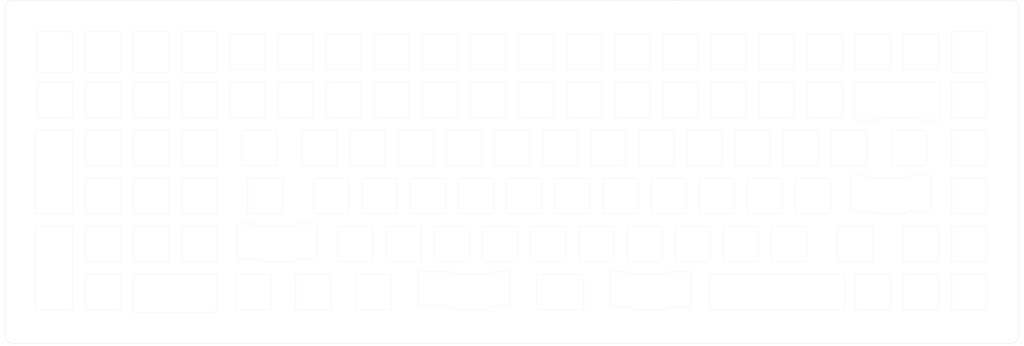
<source format=kicad_pcb>
(kicad_pcb (version 20210228) (generator pcbnew)
  (title_block (title "Entropy") (date "2020-06-08") (rev "0.1") (company "Josh Johnson"))
  (layers (0 "F.Cu" signal) (31 "B.Cu" signal) (34 "B.Paste" user) (35 "F.Paste" user) (36 "B.SilkS" user "B.Silkscreen") (37 "F.SilkS" user "F.Silkscreen") (38 "B.Mask" user) (39 "F.Mask" user) (44 "Edge.Cuts" user))
  (net 0 "")
  (footprint "MountingHole:MountingHole_2.2mm_M2" (layer "F.Cu") (at 355.5 212.6)
    (fp_text reference "H3" hide)
    (fp_text value "MountingHole")
    (pad "1" np_thru_hole circle (at 0 0) (size 2.2 2.2) (drill 2.2) (layers *.Cu *.Mask))
  )
  (footprint "MountingHole:MountingHole_2.2mm_M2" (layer "F.Cu") (at 355.5 82.5)
    (fp_text reference "H6" hide)
    (fp_text value "MountingHole")
    (pad "1" np_thru_hole circle (at 0 0) (size 2.2 2.2) (drill 2.2) (layers *.Cu *.Mask))
  )
  (footprint "MountingHole:MountingHole_2.2mm_M2" (layer "F.Cu") (at 225.6 212.6)
    (fp_text reference "H4" hide)
    (fp_text value "MountingHole")
    (pad "1" np_thru_hole circle (at 0 0) (size 2.2 2.2) (drill 2.2) (layers *.Cu *.Mask))
  )
  (footprint "MountingHole:MountingHole_2.2mm_M2" (layer "F.Cu") (at 225.6 82.5)
    (fp_text reference "H8" hide)
    (fp_text value "MountingHole")
    (pad "1" np_thru_hole circle (at 0 0) (size 2.2 2.2) (drill 2.2) (layers *.Cu *.Mask))
  )
  (footprint "MountingHole:MountingHole_2.2mm_M2" (layer "F.Cu") (at 488 212.6)
    (fp_text reference "H1" hide)
    (fp_text value "MountingHole")
    (pad "1" np_thru_hole circle (at 0 0) (size 2.2 2.2) (drill 2.2) (layers *.Cu *.Mask))
  )
  (footprint "MountingHole:MountingHole_2.2mm_M2" (layer "F.Cu") (at 93 212.6)
    (fp_text reference "H2" hide)
    (fp_text value "MountingHole")
    (pad "1" np_thru_hole circle (at 0 0) (size 2.2 2.2) (drill 2.2) (layers *.Cu *.Mask))
  )
  (footprint "MountingHole:MountingHole_2.2mm_M2" (layer "F.Cu") (at 488 82.5)
    (fp_text reference "H5" hide)
    (fp_text value "MountingHole")
    (pad "1" np_thru_hole circle (at 0 0) (size 2.2 2.2) (drill 2.2) (layers *.Cu *.Mask))
  )
  (footprint "MountingHole:MountingHole_2.2mm_M2" (layer "F.Cu") (at 93 82.5)
    (fp_text reference "H7" hide)
    (fp_text value "MountingHole")
    (pad "1" np_thru_hole circle (at 0 0) (size 2.2 2.2) (drill 2.2) (layers *.Cu *.Mask))
  )
  (gr_arc (start 420.84 125.51) (end 420.84 126.01) (angle -90) (layer "Edge.Cuts") (width 0.05))
  (gr_line (start 297.515 131.56) (end 297.515 144.56) (layer "Edge.Cuts") (width 0.05))
  (gr_line (start 283.515 131.56) (end 283.515 144.56) (layer "Edge.Cuts") (width 0.05))
  (gr_arc (start 230.34 125.51) (end 230.34 126.01) (angle -90) (layer "Edge.Cuts") (width 0.05))
  (gr_arc (start 293.54 112.51) (end 293.54 112.01) (angle -90) (layer "Edge.Cuts") (width 0.05))
  (gr_line (start 432.44275 150.1) (end 447.00575 150.1) (layer "Edge.Cuts") (width 0.05))
  (gr_arc (start 477.99 201.71) (end 477.99 202.21) (angle -90) (layer "Edge.Cuts") (width 0.05))
  (gr_arc (start 464.99 201.71) (end 464.49 201.71) (angle -90) (layer "Edge.Cuts") (width 0.05))
  (gr_arc (start 477.99 188.71) (end 478.49 188.71) (angle -90) (layer "Edge.Cuts") (width 0.05))
  (gr_arc (start 464.99 188.71) (end 464.99 188.21) (angle -90) (layer "Edge.Cuts") (width 0.05))
  (gr_line (start 478.49 188.71) (end 478.49 201.71) (layer "Edge.Cuts") (width 0.05))
  (gr_line (start 464.49 188.71) (end 464.49 201.71) (layer "Edge.Cuts") (width 0.05))
  (gr_line (start 464.99 202.21) (end 477.99 202.21) (layer "Edge.Cuts") (width 0.05))
  (gr_line (start 464.99 188.21) (end 477.99 188.21) (layer "Edge.Cuts") (width 0.05))
  (gr_arc (start 458.94 201.71) (end 458.94 202.21) (angle -90) (layer "Edge.Cuts") (width 0.05))
  (gr_arc (start 445.94 201.71) (end 445.44 201.71) (angle -90) (layer "Edge.Cuts") (width 0.05))
  (gr_arc (start 458.94 188.71) (end 459.44 188.71) (angle -90) (layer "Edge.Cuts") (width 0.05))
  (gr_arc (start 445.94 188.71) (end 445.94 188.21) (angle -90) (layer "Edge.Cuts") (width 0.05))
  (gr_line (start 459.44 188.71) (end 459.44 201.71) (layer "Edge.Cuts") (width 0.05))
  (gr_line (start 445.44 188.71) (end 445.44 201.71) (layer "Edge.Cuts") (width 0.05))
  (gr_line (start 445.94 202.21) (end 458.94 202.21) (layer "Edge.Cuts") (width 0.05))
  (gr_line (start 445.94 188.21) (end 458.94 188.21) (layer "Edge.Cuts") (width 0.05))
  (gr_arc (start 293.54 93.46) (end 293.54 92.96) (angle -90) (layer "Edge.Cuts") (width 0.05))
  (gr_line (start 345.4275 150.61) (end 345.4275 163.61) (layer "Edge.Cuts") (width 0.05))
  (gr_line (start 345.9275 164.11) (end 358.9275 164.11) (layer "Edge.Cuts") (width 0.05))
  (gr_line (start 345.9275 150.11) (end 358.9275 150.11) (layer "Edge.Cuts") (width 0.05))
  (gr_line (start 300.18375 188.71) (end 300.18375 201.71) (layer "Edge.Cuts") (width 0.05))
  (gr_line (start 255.44 112.01) (end 268.44 112.01) (layer "Edge.Cuts") (width 0.05))
  (gr_arc (start 307.8275 163.61) (end 307.3275 163.61) (angle -90) (layer "Edge.Cuts") (width 0.05))
  (gr_arc (start 320.8275 150.61) (end 321.3275 150.61) (angle -90) (layer "Edge.Cuts") (width 0.05))
  (gr_arc (start 307.8275 150.61) (end 307.8275 150.11) (angle -90) (layer "Edge.Cuts") (width 0.05))
  (gr_arc (start 439.89 201.71) (end 439.89 202.21) (angle -90) (layer "Edge.Cuts") (width 0.05))
  (gr_arc (start 426.89 201.71) (end 426.39 201.71) (angle -90) (layer "Edge.Cuts") (width 0.05))
  (gr_arc (start 439.89 188.71) (end 440.39 188.71) (angle -90) (layer "Edge.Cuts") (width 0.05))
  (gr_arc (start 426.89 188.71) (end 426.89 188.21) (angle -90) (layer "Edge.Cuts") (width 0.05))
  (gr_line (start 440.39 188.71) (end 440.39 201.71) (layer "Edge.Cuts") (width 0.05))
  (gr_line (start 426.39 188.71) (end 426.39 201.71) (layer "Edge.Cuts") (width 0.05))
  (gr_line (start 426.89 202.21) (end 439.89 202.21) (layer "Edge.Cuts") (width 0.05))
  (gr_line (start 426.89 188.21) (end 439.89 188.21) (layer "Edge.Cuts") (width 0.05))
  (gr_line (start 369.9025 202.21) (end 421.6775 202.21) (layer "Edge.Cuts") (width 0.05))
  (gr_line (start 300.68375 202.21) (end 318.44625 202.21) (layer "Edge.Cuts") (width 0.05))
  (gr_line (start 300.68375 188.21) (end 318.44625 188.21) (layer "Edge.Cuts") (width 0.05))
  (gr_arc (start 293.54 125.51) (end 293.04 125.51) (angle -90) (layer "Edge.Cuts") (width 0.05))
  (gr_line (start 331.64 126.01) (end 344.64 126.01) (layer "Edge.Cuts") (width 0.05))
  (gr_line (start 102.54 112.51) (end 102.54 125.51) (layer "Edge.Cuts") (width 0.05))
  (gr_line (start 312.59 106.959999) (end 325.59 106.959999) (layer "Edge.Cuts") (width 0.05))
  (gr_line (start 464.99 126.01) (end 477.99 126.01) (layer "Edge.Cuts") (width 0.05))
  (gr_arc (start 154.14 112.51) (end 154.64 112.51) (angle -90) (layer "Edge.Cuts") (width 0.05))
  (gr_arc (start 212.5775 150.61) (end 212.5775 150.11) (angle -90) (layer "Edge.Cuts") (width 0.05))
  (gr_line (start 226.0775 150.61) (end 226.0775 163.61) (layer "Edge.Cuts") (width 0.05))
  (gr_line (start 212.0775 150.61) (end 212.0775 163.61) (layer "Edge.Cuts") (width 0.05))
  (gr_arc (start 220.815 131.56) (end 221.315 131.56) (angle -90) (layer "Edge.Cuts") (width 0.05))
  (gr_arc (start 207.815 131.56) (end 207.815 131.06) (angle -90) (layer "Edge.Cuts") (width 0.05))
  (gr_line (start 122.09 126.01) (end 135.09 126.01) (layer "Edge.Cuts") (width 0.05))
  (gr_line (start 335.615 131.56) (end 335.615 144.56) (layer "Edge.Cuts") (width 0.05))
  (gr_line (start 321.615 131.56) (end 321.615 144.56) (layer "Edge.Cuts") (width 0.05))
  (gr_line (start 293.04 93.46) (end 293.04 106.459999) (layer "Edge.Cuts") (width 0.05))
  (gr_line (start 312.59 112.01) (end 325.59 112.01) (layer "Edge.Cuts") (width 0.05))
  (gr_arc (start 325.59 125.51) (end 325.59 126.01) (angle -90) (layer "Edge.Cuts") (width 0.05))
  (gr_line (start 335.902499 169.66) (end 335.902499 182.66) (layer "Edge.Cuts") (width 0.05))
  (gr_line (start 336.402499 183.16) (end 349.4025 183.16) (layer "Edge.Cuts") (width 0.05))
  (gr_line (start 336.402499 169.16) (end 349.4025 169.16) (layer "Edge.Cuts") (width 0.05))
  (gr_arc (start 330.3525 182.66) (end 330.3525 183.16) (angle -90) (layer "Edge.Cuts") (width 0.05))
  (gr_arc (start 317.3525 182.66) (end 316.8525 182.66) (angle -90) (layer "Edge.Cuts") (width 0.05))
  (gr_arc (start 135.09 163.61) (end 135.09 164.11) (angle -90) (layer "Edge.Cuts") (width 0.05))
  (gr_arc (start 122.09 163.61) (end 121.59 163.61) (angle -90) (layer "Edge.Cuts") (width 0.05))
  (gr_arc (start 135.09 150.61) (end 135.59 150.61) (angle -90) (layer "Edge.Cuts") (width 0.05))
  (gr_arc (start 339.8775 163.61) (end 339.8775 164.11) (angle -90) (layer "Edge.Cuts") (width 0.05))
  (gr_arc (start 326.8775 163.61) (end 326.3775 163.61) (angle -90) (layer "Edge.Cuts") (width 0.05))
  (gr_arc (start 339.8775 150.61) (end 340.3775 150.61) (angle -90) (layer "Edge.Cuts") (width 0.05))
  (gr_arc (start 122.09 150.61) (end 122.09 150.11) (angle -90) (layer "Edge.Cuts") (width 0.05))
  (gr_line (start 135.59 150.61) (end 135.59 163.61) (layer "Edge.Cuts") (width 0.05))
  (gr_line (start 121.59 150.61) (end 121.59 163.61) (layer "Edge.Cuts") (width 0.05))
  (gr_arc (start 369.74 93.46) (end 369.74 92.96) (angle -90) (layer "Edge.Cuts") (width 0.05))
  (gr_line (start 317.3525 169.16) (end 330.3525 169.16) (layer "Edge.Cuts") (width 0.05))
  (gr_arc (start 311.3025 182.66) (end 311.3025 183.16) (angle -90) (layer "Edge.Cuts") (width 0.05))
  (gr_arc (start 298.3025 182.66) (end 297.8025 182.66) (angle -90) (layer "Edge.Cuts") (width 0.05))
  (gr_arc (start 311.3025 169.66) (end 311.8025 169.66) (angle -90) (layer "Edge.Cuts") (width 0.05))
  (gr_arc (start 298.3025 169.66) (end 298.3025 169.16) (angle -90) (layer "Edge.Cuts") (width 0.05))
  (gr_arc (start 116.04 169.66) (end 116.54 169.66) (angle -90) (layer "Edge.Cuts") (width 0.05))
  (gr_arc (start 173.19 182.66) (end 173.19 183.16) (angle -90) (layer "Edge.Cuts") (width 0.05))
  (gr_arc (start 160.19 182.66) (end 159.69 182.66) (angle -90) (layer "Edge.Cuts") (width 0.05))
  (gr_arc (start 173.19 169.66) (end 173.69 169.66) (angle -90) (layer "Edge.Cuts") (width 0.05))
  (gr_arc (start 160.19 169.66) (end 160.19 169.16) (angle -90) (layer "Edge.Cuts") (width 0.05))
  (gr_line (start 211.79 112.51) (end 211.79 125.51) (layer "Edge.Cuts") (width 0.05))
  (gr_arc (start 407.84 106.459999) (end 407.34 106.459999) (angle -90) (layer "Edge.Cuts") (width 0.05))
  (gr_arc (start 198.29 106.459999) (end 197.79 106.459999) (angle -90) (layer "Edge.Cuts") (width 0.05))
  (gr_line (start 135.59 92.46) (end 135.59 107.759999) (layer "Edge.Cuts") (width 0.05))
  (gr_line (start 154.16 203.16) (end 173.21 203.16) (layer "Edge.Cuts") (width 0.05))
  (gr_arc (start 435.415 126.51) (end 435.415 127.01) (angle -90) (layer "Edge.Cuts") (width 0.05))
  (gr_line (start 141.16 188.16) (end 154.16 188.16) (layer "Edge.Cuts") (width 0.05))
  (gr_line (start 179.24 92.96) (end 192.24 92.96) (layer "Edge.Cuts") (width 0.05))
  (gr_arc (start 268.44 106.459999) (end 268.44 106.959999) (angle -90) (layer "Edge.Cuts") (width 0.05))
  (gr_line (start 102.04 169.16) (end 116.04 169.16) (layer "Edge.Cuts") (width 0.05))
  (gr_arc (start 211.29 106.459999) (end 211.29 106.959999) (angle -90) (layer "Edge.Cuts") (width 0.05))
  (gr_line (start 364.19 93.46) (end 364.19 106.459999) (layer "Edge.Cuts") (width 0.05))
  (gr_line (start 198.29 92.96) (end 211.29 92.96) (layer "Edge.Cuts") (width 0.05))
  (gr_line (start 192.74 112.51) (end 192.74 125.51) (layer "Edge.Cuts") (width 0.05))
  (gr_arc (start 236.39 106.459999) (end 235.89 106.459999) (angle -90) (layer "Edge.Cuts") (width 0.05))
  (gr_arc (start 363.69 93.46) (end 364.19 93.46) (angle -90) (layer "Edge.Cuts") (width 0.05))
  (gr_line (start 369.24 93.46) (end 369.24 106.459999) (layer "Edge.Cuts") (width 0.05))
  (gr_line (start 293.54 92.96) (end 306.54 92.96) (layer "Edge.Cuts") (width 0.05))
  (gr_arc (start 141.16 188.66) (end 141.16 188.16) (angle -90) (layer "Edge.Cuts") (width 0.05))
  (gr_arc (start 268.44 93.46) (end 268.94 93.46) (angle -90) (layer "Edge.Cuts") (width 0.05))
  (gr_arc (start 160.19 112.51) (end 160.19 112.01) (angle -90) (layer "Edge.Cuts") (width 0.05))
  (gr_arc (start 344.64 93.46) (end 345.14 93.46) (angle -90) (layer "Edge.Cuts") (width 0.05))
  (gr_line (start 331.64 106.959999) (end 344.64 106.959999) (layer "Edge.Cuts") (width 0.05))
  (gr_arc (start 141.14 125.51) (end 140.64 125.51) (angle -90) (layer "Edge.Cuts") (width 0.05))
  (gr_arc (start 325.59 93.46) (end 326.09 93.46) (angle -90) (layer "Edge.Cuts") (width 0.05))
  (gr_arc (start 179.24 106.459999) (end 178.74 106.459999) (angle -90) (layer "Edge.Cuts") (width 0.05))
  (gr_line (start 255.44 92.96) (end 268.44 92.96) (layer "Edge.Cuts") (width 0.05))
  (gr_arc (start 198.29 93.46) (end 198.29 92.96) (angle -90) (layer "Edge.Cuts") (width 0.05))
  (gr_arc (start 344.64 106.459999) (end 344.64 106.959999) (angle -90) (layer "Edge.Cuts") (width 0.05))
  (gr_line (start 122.09 145.06) (end 135.09 145.06) (layer "Edge.Cuts") (width 0.05))
  (gr_line (start 122.09 131.06) (end 135.09 131.06) (layer "Edge.Cuts") (width 0.05))
  (gr_arc (start 192.24 93.46) (end 192.74 93.46) (angle -90) (layer "Edge.Cuts") (width 0.05))
  (gr_line (start 140.64 150.61) (end 140.64 163.61) (layer "Edge.Cuts") (width 0.05))
  (gr_line (start 141.14 164.11) (end 154.14 164.11) (layer "Edge.Cuts") (width 0.05))
  (gr_line (start 141.14 150.11) (end 154.14 150.11) (layer "Edge.Cuts") (width 0.05))
  (gr_line (start 369.9025 188.21) (end 421.6775 188.21) (layer "Edge.Cuts") (width 0.05))
  (gr_line (start 217.34 92.96) (end 230.34 92.96) (layer "Edge.Cuts") (width 0.05))
  (gr_arc (start 401.79 106.459999) (end 401.79 106.959999) (angle -90) (layer "Edge.Cuts") (width 0.05))
  (gr_line (start 207.815 145.06) (end 220.815 145.06) (layer "Edge.Cuts") (width 0.05))
  (gr_line (start 207.815 131.06) (end 220.815 131.06) (layer "Edge.Cuts") (width 0.05))
  (gr_arc (start 102.04 163.61) (end 101.54 163.61) (angle -90) (layer "Edge.Cuts") (width 0.05))
  (gr_line (start 197.79 112.51) (end 197.79 125.51) (layer "Edge.Cuts") (width 0.05))
  (gr_arc (start 388.79 93.46) (end 388.79 92.96) (angle -90) (layer "Edge.Cuts") (width 0.05))
  (gr_line (start 426.39 126.999999) (end 435.415 127.01) (layer "Edge.Cuts") (width 0.05))
  (gr_arc (start 401.79 93.46) (end 402.29 93.46) (angle -90) (layer "Edge.Cuts") (width 0.05))
  (gr_line (start 407.84 92.96) (end 420.84 92.96) (layer "Edge.Cuts") (width 0.05))
  (gr_line (start 140.64 112.51) (end 140.64 125.51) (layer "Edge.Cuts") (width 0.05))
  (gr_line (start 154.64 92.46) (end 154.64 107.759999) (layer "Edge.Cuts") (width 0.05))
  (gr_line (start 426.89 92.96) (end 439.89 92.96) (layer "Edge.Cuts") (width 0.05))
  (gr_line (start 345.14 112.51) (end 345.14 125.51) (layer "Edge.Cuts") (width 0.05))
  (gr_line (start 364.9775 150.11) (end 377.9775 150.11) (layer "Edge.Cuts") (width 0.05))
  (gr_arc (start 358.9275 163.61) (end 358.9275 164.11) (angle -90) (layer "Edge.Cuts") (width 0.05))
  (gr_arc (start 345.9275 163.61) (end 345.4275 163.61) (angle -90) (layer "Edge.Cuts") (width 0.05))
  (gr_arc (start 373.215 131.56) (end 373.715 131.56) (angle -90) (layer "Edge.Cuts") (width 0.05))
  (gr_arc (start 360.215 131.56) (end 360.215 131.06) (angle -90) (layer "Edge.Cuts") (width 0.05))
  (gr_line (start 360.215 145.06) (end 373.215 145.06) (layer "Edge.Cuts") (width 0.05))
  (gr_line (start 360.215 131.06) (end 373.215 131.06) (layer "Edge.Cuts") (width 0.05))
  (gr_line (start 255.44 106.959999) (end 268.44 106.959999) (layer "Edge.Cuts") (width 0.05))
  (gr_line (start 464.99 145.06) (end 477.99 145.06) (layer "Edge.Cuts") (width 0.05))
  (gr_line (start 464.99 131.06) (end 477.99 131.06) (layer "Edge.Cuts") (width 0.05))
  (gr_line (start 384.0275 164.11) (end 397.0275 164.11) (layer "Edge.Cuts") (width 0.05))
  (gr_line (start 384.0275 150.11) (end 397.0275 150.11) (layer "Edge.Cuts") (width 0.05))
  (gr_arc (start 377.9775 163.61) (end 377.9775 164.11) (angle -90) (layer "Edge.Cuts") (width 0.05))
  (gr_line (start 184.0025 145.06) (end 197.0025 145.06) (layer "Edge.Cuts") (width 0.05))
  (gr_line (start 184.0025 131.06) (end 197.0025 131.06) (layer "Edge.Cuts") (width 0.05))
  (gr_arc (start 236.39 112.51) (end 236.39 112.01) (angle -90) (layer "Edge.Cuts") (width 0.05))
  (gr_arc (start 287.49 106.459999) (end 287.49 106.959999) (angle -90) (layer "Edge.Cuts") (width 0.05))
  (gr_arc (start 239.865 131.56) (end 240.365 131.56) (angle -90) (layer "Edge.Cuts") (width 0.05))
  (gr_arc (start 226.865 131.56) (end 226.865 131.06) (angle -90) (layer "Edge.Cuts") (width 0.05))
  (gr_arc (start 411.315 144.56) (end 411.315 145.06) (angle -90) (layer "Edge.Cuts") (width 0.05))
  (gr_arc (start 398.315 144.56) (end 397.815 144.56) (angle -90) (layer "Edge.Cuts") (width 0.05))
  (gr_arc (start 382.74 106.459999) (end 382.74 106.959999) (angle -90) (layer "Edge.Cuts") (width 0.05))
  (gr_arc (start 458.94 93.46) (end 459.44 93.46) (angle -90) (layer "Edge.Cuts") (width 0.05))
  (gr_line (start 426.4 112) (end 459.4 112) (layer "Edge.Cuts") (width 0.05))
  (gr_arc (start 477.99 112.51) (end 478.49 112.51) (angle -90) (layer "Edge.Cuts") (width 0.05))
  (gr_arc (start 464.99 112.51) (end 464.99 112.01) (angle -90) (layer "Edge.Cuts") (width 0.05))
  (gr_arc (start 236.39 93.46) (end 236.39 92.96) (angle -90) (layer "Edge.Cuts") (width 0.05))
  (gr_line (start 254.94 112.51) (end 254.94 125.51) (layer "Edge.Cuts") (width 0.05))
  (gr_arc (start 217.34 112.51) (end 217.34 112.01) (angle -90) (layer "Edge.Cuts") (width 0.05))
  (gr_line (start 312.59 92.96) (end 325.59 92.96) (layer "Edge.Cuts") (width 0.05))
  (gr_line (start 268.94 112.51) (end 268.94 125.51) (layer "Edge.Cuts") (width 0.05))
  (gr_arc (start 293.54 106.459999) (end 293.04 106.459999) (angle -90) (layer "Edge.Cuts") (width 0.05))
  (gr_arc (start 217.34 93.46) (end 217.34 92.96) (angle -90) (layer "Edge.Cuts") (width 0.05))
  (gr_arc (start 135.09 112.51) (end 135.59 112.51) (angle -90) (layer "Edge.Cuts") (width 0.05))
  (gr_line (start 407.84 106.959999) (end 420.84 106.959999) (layer "Edge.Cuts") (width 0.05))
  (gr_arc (start 116.04 125.51) (end 116.04 126.01) (angle -90) (layer "Edge.Cuts") (width 0.05))
  (gr_arc (start 297.015 144.56) (end 297.015 145.06) (angle -90) (layer "Edge.Cuts") (width 0.05))
  (gr_arc (start 284.015 144.56) (end 283.515 144.56) (angle -90) (layer "Edge.Cuts") (width 0.05))
  (gr_arc (start 258.915 131.56) (end 259.415 131.56) (angle -90) (layer "Edge.Cuts") (width 0.05))
  (gr_arc (start 245.915 131.56) (end 245.915 131.06) (angle -90) (layer "Edge.Cuts") (width 0.05))
  (gr_arc (start 116.04 112.51) (end 116.54 112.51) (angle -90) (layer "Edge.Cuts") (width 0.05))
  (gr_arc (start 312.59 106.459999) (end 312.09 106.459999) (angle -90) (layer "Edge.Cuts") (width 0.05))
  (gr_line (start 154.64 112.51) (end 154.64 125.51) (layer "Edge.Cuts") (width 0.05))
  (gr_line (start 140.64 92.46) (end 140.64 107.759999) (layer "Edge.Cuts") (width 0.05))
  (gr_arc (start 217.34 125.51) (end 216.84 125.51) (angle -90) (layer "Edge.Cuts") (width 0.05))
  (gr_line (start 274.49 126.01) (end 287.49 126.01) (layer "Edge.Cuts") (width 0.05))
  (gr_line (start 102.04 202.21) (end 116.04 202.21) (layer "Edge.Cuts") (width 0.05))
  (gr_arc (start 426.39 126.499999) (end 425.89 126.499999) (angle -90) (layer "Edge.Cuts") (width 0.05))
  (gr_line (start 160.19 150.11) (end 173.19 150.11) (layer "Edge.Cuts") (width 0.05))
  (gr_arc (start 154.14 163.61) (end 154.14 164.11) (angle -90) (layer "Edge.Cuts") (width 0.05))
  (gr_arc (start 141.14 163.61) (end 140.64 163.61) (angle -90) (layer "Edge.Cuts") (width 0.05))
  (gr_arc (start 249.39 106.459999) (end 249.39 106.959999) (angle -90) (layer "Edge.Cuts") (width 0.05))
  (gr_line (start 407.34 112.51) (end 407.34 125.51) (layer "Edge.Cuts") (width 0.05))
  (gr_arc (start 445.94 106.459999) (end 445.44 106.459999) (angle -90) (layer "Edge.Cuts") (width 0.05))
  (gr_line (start 160.19 145.06) (end 173.19 145.06) (layer "Edge.Cuts") (width 0.05))
  (gr_line (start 160.19 131.06) (end 173.19 131.06) (layer "Edge.Cuts") (width 0.05))
  (gr_line (start 198.29 126.01) (end 211.29 126.01) (layer "Edge.Cuts") (width 0.05))
  (gr_arc (start 230.34 112.51) (end 230.84 112.51) (angle -90) (layer "Edge.Cuts") (width 0.05))
  (gr_line (start 102.04 131.06) (end 116.04 131.06) (layer "Edge.Cuts") (width 0.05))
  (gr_line (start 407.84 112.01) (end 420.84 112.01) (layer "Edge.Cuts") (width 0.05))
  (gr_arc (start 331.64 125.51) (end 331.14 125.51) (angle -90) (layer "Edge.Cuts") (width 0.05))
  (gr_line (start 478.49 131.56) (end 478.49 144.56) (layer "Edge.Cuts") (width 0.05))
  (gr_line (start 464.49 131.56) (end 464.49 144.56) (layer "Edge.Cuts") (width 0.05))
  (gr_line (start 354.665 131.56) (end 354.665 144.56) (layer "Edge.Cuts") (width 0.05))
  (gr_line (start 340.665 131.56) (end 340.665 144.56) (layer "Edge.Cuts") (width 0.05))
  (gr_arc (start 268.44 125.51) (end 268.44 126.01) (angle -90) (layer "Edge.Cuts") (width 0.05))
  (gr_arc (start 354.165 131.56) (end 354.665 131.56) (angle -90) (layer "Edge.Cuts") (width 0.05))
  (gr_arc (start 341.165 131.56) (end 341.165 131.06) (angle -90) (layer "Edge.Cuts") (width 0.05))
  (gr_line (start 116.54 131.56) (end 116.54 163.61) (layer "Edge.Cuts") (width 0.05))
  (gr_line (start 101.54 144.56) (end 101.54 163.61) (layer "Edge.Cuts") (width 0.05))
  (gr_line (start 102.04 164.11) (end 116.04 164.11) (layer "Edge.Cuts") (width 0.05))
  (gr_arc (start 173.19 131.56) (end 173.69 131.56) (angle -90) (layer "Edge.Cuts") (width 0.05))
  (gr_arc (start 160.19 131.56) (end 160.19 131.06) (angle -90) (layer "Edge.Cuts") (width 0.05))
  (gr_line (start 407.84 126.01) (end 420.84 126.01) (layer "Edge.Cuts") (width 0.05))
  (gr_arc (start 282.7275 163.61) (end 282.7275 164.11) (angle -90) (layer "Edge.Cuts") (width 0.05))
  (gr_arc (start 269.7275 163.61) (end 269.2275 163.61) (angle -90) (layer "Edge.Cuts") (width 0.05))
  (gr_arc (start 282.7275 150.61) (end 283.2275 150.61) (angle -90) (layer "Edge.Cuts") (width 0.05))
  (gr_arc (start 249.39 93.46) (end 249.89 93.46) (angle -90) (layer "Edge.Cuts") (width 0.05))
  (gr_line (start 269.7275 164.11) (end 282.7275 164.11) (layer "Edge.Cuts") (width 0.05))
  (gr_line (start 269.7275 150.11) (end 282.7275 150.11) (layer "Edge.Cuts") (width 0.05))
  (gr_arc (start 263.6775 163.61) (end 263.6775 164.11) (angle -90) (layer "Edge.Cuts") (width 0.05))
  (gr_arc (start 135.09 201.71) (end 135.09 202.21) (angle -90) (layer "Edge.Cuts") (width 0.05))
  (gr_arc (start 122.09 201.71) (end 121.59 201.71) (angle -90) (layer "Edge.Cuts") (width 0.05))
  (gr_arc (start 135.09 188.71) (end 135.59 188.71) (angle -90) (layer "Edge.Cuts") (width 0.05))
  (gr_arc (start 122.09 188.71) (end 122.09 188.21) (angle -90) (layer "Edge.Cuts") (width 0.05))
  (gr_line (start 135.59 188.71) (end 135.59 201.71) (layer "Edge.Cuts") (width 0.05))
  (gr_line (start 121.59 188.71) (end 121.59 201.71) (layer "Edge.Cuts") (width 0.05))
  (gr_line (start 122.09 202.21) (end 135.09 202.21) (layer "Edge.Cuts") (width 0.05))
  (gr_line (start 464.99 169.16) (end 477.99 169.16) (layer "Edge.Cuts") (width 0.05))
  (gr_arc (start 458.94 182.66) (end 458.94 183.16) (angle -90) (layer "Edge.Cuts") (width 0.05))
  (gr_arc (start 445.94 182.66) (end 445.44 182.66) (angle -90) (layer "Edge.Cuts") (width 0.05))
  (gr_arc (start 458.94 169.66) (end 459.44 169.66) (angle -90) (layer "Edge.Cuts") (width 0.05))
  (gr_arc (start 445.94 169.66) (end 445.94 169.16) (angle -90) (layer "Edge.Cuts") (width 0.05))
  (gr_line (start 459.44 169.66) (end 459.44 182.66) (layer "Edge.Cuts") (width 0.05))
  (gr_line (start 445.44 169.66) (end 445.44 182.66) (layer "Edge.Cuts") (width 0.05))
  (gr_arc (start 373.215 144.56) (end 373.215 145.06) (angle -90) (layer "Edge.Cuts") (width 0.05))
  (gr_arc (start 360.215 144.56) (end 359.715 144.56) (angle -90) (layer "Edge.Cuts") (width 0.05))
  (gr_arc (start 384.0275 150.61) (end 384.0275 150.11) (angle -90) (layer "Edge.Cuts") (width 0.05))
  (gr_line (start 397.5275 150.61) (end 397.5275 163.61) (layer "Edge.Cuts") (width 0.05))
  (gr_line (start 383.5275 150.61) (end 383.5275 163.61) (layer "Edge.Cuts") (width 0.05))
  (gr_arc (start 255.44 112.51) (end 255.44 112.01) (angle -90) (layer "Edge.Cuts") (width 0.05))
  (gr_arc (start 392.265 144.56) (end 392.265 145.06) (angle -90) (layer "Edge.Cuts") (width 0.05))
  (gr_arc (start 379.265 144.56) (end 378.765 144.56) (angle -90) (layer "Edge.Cuts") (width 0.05))
  (gr_line (start 369.74 126.01) (end 382.74 126.01) (layer "Edge.Cuts") (width 0.05))
  (gr_line (start 173.69 169.66) (end 173.69 182.66) (layer "Edge.Cuts") (width 0.05))
  (gr_line (start 159.69 169.66) (end 159.69 182.66) (layer "Edge.Cuts") (width 0.05))
  (gr_line (start 160.19 183.16) (end 173.19 183.16) (layer "Edge.Cuts") (width 0.05))
  (gr_line (start 160.19 169.16) (end 173.19 169.16) (layer "Edge.Cuts") (width 0.05))
  (gr_line (start 141.14 145.06) (end 154.14 145.06) (layer "Edge.Cuts") (width 0.05))
  (gr_line (start 141.14 131.06) (end 154.14 131.06) (layer "Edge.Cuts") (width 0.05))
  (gr_line (start 402.29 112.51) (end 402.29 125.51) (layer "Edge.Cuts") (width 0.05))
  (gr_line (start 379.265 145.06) (end 392.265 145.06) (layer "Edge.Cuts") (width 0.05))
  (gr_line (start 379.265 131.06) (end 392.265 131.06) (layer "Edge.Cuts") (width 0.05))
  (gr_arc (start 354.165 144.56) (end 354.165 145.06) (angle -90) (layer "Edge.Cuts") (width 0.05))
  (gr_arc (start 341.165 144.56) (end 340.665 144.56) (angle -90) (layer "Edge.Cuts") (width 0.05))
  (gr_arc (start 250.6775 163.61) (end 250.1775 163.61) (angle -90) (layer "Edge.Cuts") (width 0.05))
  (gr_arc (start 263.6775 150.61) (end 264.1775 150.61) (angle -90) (layer "Edge.Cuts") (width 0.05))
  (gr_arc (start 250.6775 150.61) (end 250.6775 150.11) (angle -90) (layer "Edge.Cuts") (width 0.05))
  (gr_line (start 226.865 145.06) (end 239.865 145.06) (layer "Edge.Cuts") (width 0.05))
  (gr_line (start 226.865 131.06) (end 239.865 131.06) (layer "Edge.Cuts") (width 0.05))
  (gr_arc (start 122.09 125.51) (end 121.59 125.51) (angle -90) (layer "Edge.Cuts") (width 0.05))
  (gr_line (start 350.19 112.51) (end 350.19 125.51) (layer "Edge.Cuts") (width 0.05))
  (gr_line (start 392.765 131.56) (end 392.765 144.56) (layer "Edge.Cuts") (width 0.05))
  (gr_line (start 378.765 131.56) (end 378.765 144.56) (layer "Edge.Cuts") (width 0.05))
  (gr_arc (start 407.84 112.51) (end 407.84 112.01) (angle -90) (layer "Edge.Cuts") (width 0.05))
  (gr_line (start 398.315 145.06) (end 411.315 145.06) (layer "Edge.Cuts") (width 0.05))
  (gr_line (start 398.315 131.06) (end 411.315 131.06) (layer "Edge.Cuts") (width 0.05))
  (gr_arc (start 260.2025 169.66) (end 260.2025 169.16) (angle -90) (layer "Edge.Cuts") (width 0.05))
  (gr_line (start 273.7025 169.66) (end 273.7025 182.66) (layer "Edge.Cuts") (width 0.05))
  (gr_line (start 259.7025 169.66) (end 259.7025 182.66) (layer "Edge.Cuts") (width 0.05))
  (gr_line (start 260.2025 183.16) (end 273.2025 183.16) (layer "Edge.Cuts") (width 0.05))
  (gr_line (start 260.2025 169.16) (end 273.2025 169.16) (layer "Edge.Cuts") (width 0.05))
  (gr_arc (start 430.365 131.56) (end 430.865 131.56) (angle -90) (layer "Edge.Cuts") (width 0.05))
  (gr_arc (start 417.365 131.56) (end 417.365 131.06) (angle -90) (layer "Edge.Cuts") (width 0.05))
  (gr_arc (start 325.59 106.459999) (end 325.59 106.959999) (angle -90) (layer "Edge.Cuts") (width 0.05))
  (gr_arc (start 382.74 112.51) (end 383.24 112.51) (angle -90) (layer "Edge.Cuts") (width 0.05))
  (gr_arc (start 477.99 182.66) (end 477.99 183.16) (angle -90) (layer "Edge.Cuts") (width 0.05))
  (gr_arc (start 464.99 182.66) (end 464.49 182.66) (angle -90) (layer "Edge.Cuts") (width 0.05))
  (gr_arc (start 477.99 169.66) (end 478.49 169.66) (angle -90) (layer "Edge.Cuts") (width 0.05))
  (gr_arc (start 464.99 169.66) (end 464.99 169.16) (angle -90) (layer "Edge.Cuts") (width 0.05))
  (gr_line (start 478.49 169.66) (end 478.49 182.66) (layer "Edge.Cuts") (width 0.05))
  (gr_line (start 464.49 169.66) (end 464.49 182.66) (layer "Edge.Cuts") (width 0.05))
  (gr_line (start 464.99 183.16) (end 477.99 183.16) (layer "Edge.Cuts") (width 0.05))
  (gr_line (start 316.565 131.56) (end 316.565 144.56) (layer "Edge.Cuts") (width 0.05))
  (gr_line (start 302.565 131.56) (end 302.565 144.56) (layer "Edge.Cuts") (width 0.05))
  (gr_line (start 373.715 131.56) (end 373.715 144.56) (layer "Edge.Cuts") (width 0.05))
  (gr_line (start 359.715 131.56) (end 359.715 144.56) (layer "Edge.Cuts") (width 0.05))
  (gr_arc (start 179.24 125.51) (end 178.74 125.51) (angle -90) (layer "Edge.Cuts") (width 0.05))
  (gr_line (start 212.5775 164.11) (end 225.5775 164.11) (layer "Edge.Cuts") (width 0.05))
  (gr_line (start 212.5775 150.11) (end 225.5775 150.11) (layer "Edge.Cuts") (width 0.05))
  (gr_arc (start 312.59 125.51) (end 312.09 125.51) (angle -90) (layer "Edge.Cuts") (width 0.05))
  (gr_line (start 160.19 126.01) (end 173.19 126.01) (layer "Edge.Cuts") (width 0.05))
  (gr_arc (start 306.54 106.459999) (end 306.54 106.959999) (angle -90) (layer "Edge.Cuts") (width 0.05))
  (gr_arc (start 236.39 125.51) (end 235.89 125.51) (angle -90) (layer "Edge.Cuts") (width 0.05))
  (gr_arc (start 477.99 144.56) (end 477.99 145.06) (angle -90) (layer "Edge.Cuts") (width 0.05))
  (gr_arc (start 464.99 144.56) (end 464.49 144.56) (angle -90) (layer "Edge.Cuts") (width 0.05))
  (gr_line (start 411.815 131.56) (end 411.815 144.56) (layer "Edge.Cuts") (width 0.05))
  (gr_line (start 397.815 131.56) (end 397.815 144.56) (layer "Edge.Cuts") (width 0.05))
  (gr_arc (start 268.44 112.51) (end 268.94 112.51) (angle -90) (layer "Edge.Cuts") (width 0.05))
  (gr_arc (start 135.09 182.66) (end 135.09 183.16) (angle -90) (layer "Edge.Cuts") (width 0.05))
  (gr_arc (start 122.09 182.66) (end 121.59 182.66) (angle -90) (layer "Edge.Cuts") (width 0.05))
  (gr_arc (start 135.09 169.66) (end 135.59 169.66) (angle -90) (layer "Edge.Cuts") (width 0.05))
  (gr_arc (start 122.09 169.66) (end 122.09 169.16) (angle -90) (layer "Edge.Cuts") (width 0.05))
  (gr_line (start 417.365 145.06) (end 430.365 145.06) (layer "Edge.Cuts") (width 0.05))
  (gr_line (start 417.365 131.06) (end 430.365 131.06) (layer "Edge.Cuts") (width 0.05))
  (gr_line (start 236.39 112.01) (end 249.39 112.01) (layer "Edge.Cuts") (width 0.05))
  (gr_arc (start 419.74625 182.66) (end 419.24625 182.66) (angle -90) (layer "Edge.Cuts") (width 0.05))
  (gr_arc (start 432.74625 169.66) (end 433.24625 169.66) (angle -90) (layer "Edge.Cuts") (width 0.05))
  (gr_arc (start 419.74625 169.66) (end 419.74625 169.16) (angle -90) (layer "Edge.Cuts") (width 0.05))
  (gr_line (start 433.24625 169.66) (end 433.24625 182.66) (layer "Edge.Cuts") (width 0.05))
  (gr_line (start 419.24625 169.66) (end 419.24625 182.66) (layer "Edge.Cuts") (width 0.05))
  (gr_line (start 419.74625 183.16) (end 432.74625 183.16) (layer "Edge.Cuts") (width 0.05))
  (gr_line (start 426.89 106.959999) (end 439.89 106.959999) (layer "Edge.Cuts") (width 0.05))
  (gr_line (start 159.69 92.46) (end 159.69 107.759999) (layer "Edge.Cuts") (width 0.05))
  (gr_line (start 135.59 131.56) (end 135.59 144.56) (layer "Edge.Cuts") (width 0.05))
  (gr_line (start 121.59 131.56) (end 121.59 144.56) (layer "Edge.Cuts") (width 0.05))
  (gr_line (start 274.49 112.01) (end 287.49 112.01) (layer "Edge.Cuts") (width 0.05))
  (gr_line (start 402.29 93.46) (end 402.29 106.459999) (layer "Edge.Cuts") (width 0.05))
  (gr_line (start 274.49 106.959999) (end 287.49 106.959999) (layer "Edge.Cuts") (width 0.05))
  (gr_line (start 440.39 93.46) (end 440.39 106.459999) (layer "Edge.Cuts") (width 0.05))
  (gr_arc (start 420.84 112.51) (end 421.34 112.51) (angle -90) (layer "Edge.Cuts") (width 0.05))
  (gr_arc (start 374.5025 169.66) (end 374.5025 169.16) (angle -90) (layer "Edge.Cuts") (width 0.05))
  (gr_line (start 388.0025 169.66) (end 388.0025 182.66) (layer "Edge.Cuts") (width 0.05))
  (gr_line (start 374.0025 169.66) (end 374.0025 182.66) (layer "Edge.Cuts") (width 0.05))
  (gr_line (start 374.5025 183.16) (end 387.5025 183.16) (layer "Edge.Cuts") (width 0.05))
  (gr_line (start 374.5025 169.16) (end 387.5025 169.16) (layer "Edge.Cuts") (width 0.05))
  (gr_arc (start 368.4525 182.66) (end 368.4525 183.16) (angle -90) (layer "Edge.Cuts") (width 0.05))
  (gr_arc (start 274.49 112.51) (end 274.49 112.01) (angle -90) (layer "Edge.Cuts") (width 0.05))
  (gr_arc (start 454.1775 144.56) (end 454.1775 145.06) (angle -90) (layer "Edge.Cuts") (width 0.05))
  (gr_arc (start 441.1775 144.56) (end 440.6775 144.56) (angle -90) (layer "Edge.Cuts") (width 0.05))
  (gr_arc (start 388.79 112.51) (end 388.79 112.01) (angle -90) (layer "Edge.Cuts") (width 0.05))
  (gr_arc (start 198.29 125.51) (end 197.79 125.51) (angle -90) (layer "Edge.Cuts") (width 0.05))
  (gr_arc (start 116.04 131.56) (end 116.54 131.56) (angle -90) (layer "Edge.Cuts") (width 0.05))
  (gr_arc (start 102.04 131.56) (end 102.04 131.06) (angle -90) (layer "Edge.Cuts") (width 0.05))
  (gr_arc (start 225.5775 163.61) (end 225.5775 164.11) (angle -90) (layer "Edge.Cuts") (width 0.05))
  (gr_arc (start 212.5775 163.61) (end 212.0775 163.61) (angle -90) (layer "Edge.Cuts") (width 0.05))
  (gr_arc (start 225.5775 150.61) (end 226.0775 150.61) (angle -90) (layer "Edge.Cuts") (width 0.05))
  (gr_line (start 388.29 112.51) (end 388.29 125.51) (layer "Edge.Cuts") (width 0.05))
  (gr_line (start 254.94 93.46) (end 254.94 106.459999) (layer "Edge.Cuts") (width 0.05))
  (gr_line (start 311.8025 169.66) (end 311.8025 182.66) (layer "Edge.Cuts") (width 0.05))
  (gr_line (start 297.8025 169.66) (end 297.8025 182.66) (layer "Edge.Cuts") (width 0.05))
  (gr_line (start 298.3025 183.16) (end 311.3025 183.16) (layer "Edge.Cuts") (width 0.05))
  (gr_line (start 298.3025 169.16) (end 311.3025 169.16) (layer "Edge.Cuts") (width 0.05))
  (gr_arc (start 292.2525 182.66) (end 292.2525 183.16) (angle -90) (layer "Edge.Cuts") (width 0.05))
  (gr_line (start 416.5775 150.61) (end 416.5775 163.61) (layer "Edge.Cuts") (width 0.05))
  (gr_line (start 402.5775 150.61) (end 402.5775 163.61) (layer "Edge.Cuts") (width 0.05))
  (gr_line (start 403.0775 164.11) (end 416.0775 164.11) (layer "Edge.Cuts") (width 0.05))
  (gr_line (start 403.0775 150.11) (end 416.0775 150.11) (layer "Edge.Cuts") (width 0.05))
  (gr_arc (start 407.84 93.46) (end 407.84 92.96) (angle -90) (layer "Edge.Cuts") (width 0.05))
  (gr_line (start 273.99 93.46) (end 273.99 106.459999) (layer "Edge.Cuts") (width 0.05))
  (gr_arc (start 316.065 131.56) (end 316.565 131.56) (angle -90) (layer "Edge.Cuts") (width 0.05))
  (gr_arc (start 303.065 131.56) (end 303.065 131.06) (angle -90) (layer "Edge.Cuts") (width 0.05))
  (gr_arc (start 432.74625 182.66) (end 432.74625 183.16) (angle -90) (layer "Edge.Cuts") (width 0.05))
  (gr_arc (start 279.2525 182.66) (end 278.7525 182.66) (angle -90) (layer "Edge.Cuts") (width 0.05))
  (gr_arc (start 292.2525 169.66) (end 292.7525 169.66) (angle -90) (layer "Edge.Cuts") (width 0.05))
  (gr_arc (start 279.2525 169.66) (end 279.2525 169.16) (angle -90) (layer "Edge.Cuts") (width 0.05))
  (gr_line (start 292.7525 169.66) (end 292.7525 182.66) (layer "Edge.Cuts") (width 0.05))
  (gr_line (start 278.7525 169.66) (end 278.7525 182.66) (layer "Edge.Cuts") (width 0.05))
  (gr_arc (start 173.21 188.66) (end 173.71 188.66) (angle -90) (layer "Edge.Cuts") (width 0.05))
  (gr_arc (start 335.115 144.56) (end 335.115 145.06) (angle -90) (layer "Edge.Cuts") (width 0.05))
  (gr_arc (start 322.115 144.56) (end 321.615 144.56) (angle -90) (layer "Edge.Cuts") (width 0.05))
  (gr_arc (start 407.84 125.51) (end 407.34 125.51) (angle -90) (layer "Edge.Cuts") (width 0.05))
  (gr_arc (start 426.89 93.46) (end 426.89 92.96) (angle -90) (layer "Edge.Cuts") (width 0.05))
  (gr_arc (start 255.44 125.51) (end 254.94 125.51) (angle -90) (layer "Edge.Cuts") (width 0.05))
  (gr_arc (start 297.015 131.56) (end 297.515 131.56) (angle -90) (layer "Edge.Cuts") (width 0.05))
  (gr_arc (start 284.015 131.56) (end 284.015 131.06) (angle -90) (layer "Edge.Cuts") (width 0.05))
  (gr_line (start 235.89 112.51) (end 235.89 125.51) (layer "Edge.Cuts") (width 0.05))
  (gr_arc (start 211.29 112.51) (end 211.79 112.51) (angle -90) (layer "Edge.Cuts") (width 0.05))
  (gr_line (start 312.09 93.46) (end 312.09 106.459999) (layer "Edge.Cuts") (width 0.05))
  (gr_line (start 350.69 126.01) (end 363.69 126.01) (layer "Edge.Cuts") (width 0.05))
  (gr_line (start 388.79 112.01) (end 401.79 112.01) (layer "Edge.Cuts") (width 0.05))
  (gr_arc (start 420.84 106.459999) (end 420.84 106.959999) (angle -90) (layer "Edge.Cuts") (width 0.05))
  (gr_arc (start 249.39 125.51) (end 249.39 126.01) (angle -90) (layer "Edge.Cuts") (width 0.05))
  (gr_arc (start 135.09 131.56) (end 135.59 131.56) (angle -90) (layer "Edge.Cuts") (width 0.05))
  (gr_arc (start 122.09 131.56) (end 122.09 131.06) (angle -90) (layer "Edge.Cuts") (width 0.05))
  (gr_arc (start 420.84 93.46) (end 421.34 93.46) (angle -90) (layer "Edge.Cuts") (width 0.05))
  (gr_arc (start 122.09 112.51) (end 122.09 112.01) (angle -90) (layer "Edge.Cuts") (width 0.05))
  (gr_line (start 288.2775 150.61) (end 288.2775 163.61) (layer "Edge.Cuts") (width 0.05))
  (gr_line (start 288.7775 164.11) (end 301.7775 164.11) (layer "Edge.Cuts") (width 0.05))
  (gr_line (start 288.7775 150.11) (end 301.7775 150.11) (layer "Edge.Cuts") (width 0.05))
  (gr_arc (start 454.1775 131.56) (end 454.6775 131.56) (angle -90) (layer "Edge.Cuts") (width 0.05))
  (gr_arc (start 441.1775 131.56) (end 441.1775 131.06) (angle -90) (layer "Edge.Cuts") (width 0.05))
  (gr_line (start 454.6775 131.56) (end 454.6775 144.56) (layer "Edge.Cuts") (width 0.05))
  (gr_line (start 440.6775 131.56) (end 440.6775 144.56) (layer "Edge.Cuts") (width 0.05))
  (gr_arc (start 254.1525 182.66) (end 254.1525 183.16) (angle -90) (layer "Edge.Cuts") (width 0.05))
  (gr_arc (start 241.1525 182.66) (end 240.6525 182.66) (angle -90) (layer "Edge.Cuts") (width 0.05))
  (gr_arc (start 254.1525 169.66) (end 254.6525 169.66) (angle -90) (layer "Edge.Cuts") (width 0.05))
  (gr_arc (start 241.1525 169.66) (end 241.1525 169.16) (angle -90) (layer "Edge.Cuts") (width 0.05))
  (gr_line (start 254.6525 169.66) (end 254.6525 182.66) (layer "Edge.Cuts") (width 0.05))
  (gr_line (start 383.24 93.46) (end 383.24 106.459999) (layer "Edge.Cuts") (width 0.05))
  (gr_arc (start 401.79 112.51) (end 402.29 112.51) (angle -90) (layer "Edge.Cuts") (width 0.05))
  (gr_arc (start 306.54 93.46) (end 307.04 93.46) (angle -90) (layer "Edge.Cuts") (width 0.05))
  (gr_arc (start 369.74 125.51) (end 369.24 125.51) (angle -90) (layer "Edge.Cuts") (width 0.05))
  (gr_arc (start 255.44 106.459999) (end 254.94 106.459999) (angle -90) (layer "Edge.Cuts") (width 0.05))
  (gr_line (start 445.94 106.959999) (end 458.94 106.959999) (layer "Edge.Cuts") (width 0.05))
  (gr_line (start 140.66 202.66) (end 140.66 188.66) (layer "Edge.Cuts") (width 0.05))
  (gr_line (start 154.64 169.66) (end 154.64 182.66) (layer "Edge.Cuts") (width 0.05))
  (gr_line (start 140.64 169.66) (end 140.64 182.66) (layer "Edge.Cuts") (width 0.05))
  (gr_line (start 141.14 183.16) (end 154.14 183.16) (layer "Edge.Cuts") (width 0.05))
  (gr_line (start 141.14 169.16) (end 154.14 169.16) (layer "Edge.Cuts") (width 0.05))
  (gr_line (start 116.54 169.66) (end 116.54 182.66) (layer "Edge.Cuts") (width 0.05))
  (gr_arc (start 477.99 163.61) (end 477.99 164.11) (angle -90) (layer "Edge.Cuts") (width 0.05))
  (gr_arc (start 464.99 163.61) (end 464.49 163.61) (angle -90) (layer "Edge.Cuts") (width 0.05))
  (gr_arc (start 477.99 150.61) (end 478.49 150.61) (angle -90) (layer "Edge.Cuts") (width 0.05))
  (gr_arc (start 464.99 150.61) (end 464.99 150.11) (angle -90) (layer "Edge.Cuts") (width 0.05))
  (gr_line (start 293.54 112.01) (end 306.54 112.01) (layer "Edge.Cuts") (width 0.05))
  (gr_arc (start 244.6275 150.61) (end 245.1275 150.61) (angle -90) (layer "Edge.Cuts") (width 0.05))
  (gr_arc (start 231.6275 150.61) (end 231.6275 150.11) (angle -90) (layer "Edge.Cuts") (width 0.05))
  (gr_line (start 245.1275 150.61) (end 245.1275 163.61) (layer "Edge.Cuts") (width 0.05))
  (gr_line (start 331.14 112.51) (end 331.14 125.51) (layer "Edge.Cuts") (width 0.05))
  (gr_line (start 326.09 93.46) (end 326.09 106.459999) (layer "Edge.Cuts") (width 0.05))
  (gr_line (start 331.64 92.96) (end 344.64 92.96) (layer "Edge.Cuts") (width 0.05))
  (gr_line (start 217.34 126.01) (end 230.34 126.01) (layer "Edge.Cuts") (width 0.05))
  (gr_line (start 388.79 106.959999) (end 401.79 106.959999) (layer "Edge.Cuts") (width 0.05))
  (gr_arc (start 300.68375 201.71) (end 300.18375 201.71) (angle -90) (layer "Edge.Cuts") (width 0.05))
  (gr_arc (start 300.68375 188.71) (end 300.68375 188.21) (angle -90) (layer "Edge.Cuts") (width 0.05))
  (gr_arc (start 368.9025 201.71) (end 368.4025 201.71) (angle -90) (layer "Edge.Cuts") (width 0.05))
  (gr_arc (start 368.9025 188.71) (end 368.9025 188.21) (angle -90) (layer "Edge.Cuts") (width 0.05))
  (gr_line (start 368.4025 188.71) (end 368.4025 201.71) (layer "Edge.Cuts") (width 0.05))
  (gr_line (start 368.9025 202.21) (end 369.9025 202.21) (layer "Edge.Cuts") (width 0.05))
  (gr_line (start 368.9025 188.21) (end 369.9025 188.21) (layer "Edge.Cuts") (width 0.05))
  (gr_arc (start 439.89 93.46) (end 440.39 93.46) (angle -90) (layer "Edge.Cuts") (width 0.05))
  (gr_line (start 307.8275 150.11) (end 320.8275 150.11) (layer "Edge.Cuts") (width 0.05))
  (gr_arc (start 301.7775 163.61) (end 301.7775 164.11) (angle -90) (layer "Edge.Cuts") (width 0.05))
  (gr_arc (start 288.7775 163.61) (end 288.2775 163.61) (angle -90) (layer "Edge.Cuts") (width 0.05))
  (gr_line (start 419.74625 169.16) (end 432.74625 169.16) (layer "Edge.Cuts") (width 0.05))
  (gr_arc (start 406.5525 182.66) (end 406.5525 183.16) (angle -90) (layer "Edge.Cuts") (width 0.05))
  (gr_arc (start 393.5525 182.66) (end 393.0525 182.66) (angle -90) (layer "Edge.Cuts") (width 0.05))
  (gr_arc (start 406.5525 169.66) (end 407.0525 169.66) (angle -90) (layer "Edge.Cuts") (width 0.05))
  (gr_arc (start 393.5525 169.66) (end 393.5525 169.16) (angle -90) (layer "Edge.Cuts") (width 0.05))
  (gr_line (start 407.0525 169.66) (end 407.0525 182.66) (layer "Edge.Cuts") (width 0.05))
  (gr_line (start 268.94 93.46) (end 268.94 106.459999) (layer "Edge.Cuts") (width 0.05))
  (gr_line (start 331.64 112.01) (end 344.64 112.01) (layer "Edge.Cuts") (width 0.05))
  (gr_arc (start 197.0025 131.56) (end 197.5025 131.56) (angle -90) (layer "Edge.Cuts") (width 0.05))
  (gr_arc (start 184.0025 131.56) (end 184.0025 131.06) (angle -90) (layer "Edge.Cuts") (width 0.05))
  (gr_arc (start 141.14 112.51) (end 141.14 112.01) (angle -90) (layer "Edge.Cuts") (width 0.05))
  (gr_arc (start 318.44625 201.71) (end 318.44625 202.21) (angle -90) (layer "Edge.Cuts") (width 0.05))
  (gr_arc (start 318.44625 188.71) (end 318.94625 188.71) (angle -90) (layer "Edge.Cuts") (width 0.05))
  (gr_line (start 318.94625 188.71) (end 318.94625 201.71) (layer "Edge.Cuts") (width 0.05))
  (gr_line (start 116.54 92.46) (end 116.54 107.759999) (layer "Edge.Cuts") (width 0.05))
  (gr_arc (start 179.24 93.46) (end 179.24 92.96) (angle -90) (layer "Edge.Cuts") (width 0.05))
  (gr_line (start 230.84 112.51) (end 230.84 125.51) (layer "Edge.Cuts") (width 0.05))
  (gr_arc (start 274.49 106.459999) (end 273.99 106.459999) (angle -90) (layer "Edge.Cuts") (width 0.05))
  (gr_line (start 287.99 112.51) (end 287.99 125.51) (layer "Edge.Cuts") (width 0.05))
  (gr_arc (start 230.34 93.46) (end 230.84 93.46) (angle -90) (layer "Edge.Cuts") (width 0.05))
  (gr_line (start 322.115 145.06) (end 335.115 145.06) (layer "Edge.Cuts") (width 0.05))
  (gr_line (start 322.115 131.06) (end 335.115 131.06) (layer "Edge.Cuts") (width 0.05))
  (gr_line (start 278.465 131.56) (end 278.465 144.56) (layer "Edge.Cuts") (width 0.05))
  (gr_line (start 264.465 131.56) (end 264.465 144.56) (layer "Edge.Cuts") (width 0.05))
  (gr_line (start 307.04 112.51) (end 307.04 125.51) (layer "Edge.Cuts") (width 0.05))
  (gr_line (start 369.74 112.01) (end 382.74 112.01) (layer "Edge.Cuts") (width 0.05))
  (gr_arc (start 477.99 131.56) (end 478.49 131.56) (angle -90) (layer "Edge.Cuts") (width 0.05))
  (gr_arc (start 464.99 131.56) (end 464.99 131.06) (angle -90) (layer "Edge.Cuts") (width 0.05))
  (gr_line (start 478.49 150.61) (end 478.49 163.61) (layer "Edge.Cuts") (width 0.05))
  (gr_line (start 464.49 150.61) (end 464.49 163.61) (layer "Edge.Cuts") (width 0.05))
  (gr_line (start 464.99 164.11) (end 477.99 164.11) (layer "Edge.Cuts") (width 0.05))
  (gr_line (start 464.99 150.11) (end 477.99 150.11) (layer "Edge.Cuts") (width 0.05))
  (gr_arc (start 445.94 93.46) (end 445.94 92.96) (angle -90) (layer "Edge.Cuts") (width 0.05))
  (gr_line (start 103.04 126.01) (end 116.04 126.01) (layer "Edge.Cuts") (width 0.05))
  (gr_arc (start 350.69 125.51) (end 350.19 125.51) (angle -90) (layer "Edge.Cuts") (width 0.05))
  (gr_arc (start 135.09 125.51) (end 135.09 126.01) (angle -90) (layer "Edge.Cuts") (width 0.05))
  (gr_line (start 216.84 112.51) (end 216.84 125.51) (layer "Edge.Cuts") (width 0.05))
  (gr_arc (start 369.74 106.459999) (end 369.24 106.459999) (angle -90) (layer "Edge.Cuts") (width 0.05))
  (gr_arc (start 154.14 182.66) (end 154.14 183.16) (angle -90) (layer "Edge.Cuts") (width 0.05))
  (gr_arc (start 141.14 182.66) (end 140.64 182.66) (angle -90) (layer "Edge.Cuts") (width 0.05))
  (gr_arc (start 154.14 169.66) (end 154.64 169.66) (angle -90) (layer "Edge.Cuts") (width 0.05))
  (gr_arc (start 141.14 169.66) (end 141.14 169.16) (angle -90) (layer "Edge.Cuts") (width 0.05))
  (gr_line (start 141.14 126.01) (end 154.14 126.01) (layer "Edge.Cuts") (width 0.05))
  (gr_line (start 141.14 112.01) (end 154.14 112.01) (layer "Edge.Cuts") (width 0.05))
  (gr_arc (start 369.74 112.51) (end 369.74 112.01) (angle -90) (layer "Edge.Cuts") (width 0.05))
  (gr_arc (start 217.34 106.459999) (end 216.84 106.459999) (angle -90) (layer "Edge.Cuts") (width 0.05))
  (gr_arc (start 269.7275 150.61) (end 269.7275 150.11) (angle -90) (layer "Edge.Cuts") (width 0.05))
  (gr_line (start 283.2275 150.61) (end 283.2275 163.61) (layer "Edge.Cuts") (width 0.05))
  (gr_line (start 269.2275 150.61) (end 269.2275 163.61) (layer "Edge.Cuts") (width 0.05))
  (gr_line (start 293.54 106.959999) (end 306.54 106.959999) (layer "Edge.Cuts") (width 0.05))
  (gr_line (start 326.09 112.51) (end 326.09 125.51) (layer "Edge.Cuts") (width 0.05))
  (gr_arc (start 199.38375 163.61) (end 199.38375 164.11) (angle -90) (layer "Edge.Cuts") (width 0.05))
  (gr_arc (start 186.38375 163.61) (end 185.88375 163.61) (angle -90) (layer "Edge.Cuts") (width 0.05))
  (gr_arc (start 199.38375 150.61) (end 199.88375 150.61) (angle -90) (layer "Edge.Cuts") (width 0.05))
  (gr_line (start 279.2525 183.16) (end 292.2525 183.16) (layer "Edge.Cuts") (width 0.05))
  (gr_line (start 279.2525 169.16) (end 292.2525 169.16) (layer "Edge.Cuts") (width 0.05))
  (gr_arc (start 273.2025 182.66) (end 273.2025 183.16) (angle -90) (layer "Edge.Cuts") (width 0.05))
  (gr_arc (start 260.2025 182.66) (end 259.7025 182.66) (angle -90) (layer "Edge.Cuts") (width 0.05))
  (gr_arc (start 273.2025 169.66) (end 273.7025 169.66) (angle -90) (layer "Edge.Cuts") (width 0.05))
  (gr_arc (start 426.89 106.459999) (end 426.39 106.459999) (angle -90) (layer "Edge.Cuts") (width 0.05))
  (gr_arc (start 477.99 125.51) (end 477.99 126.01) (angle -90) (layer "Edge.Cuts") (width 0.05))
  (gr_arc (start 464.99 125.51) (end 464.49 125.51) (angle -90) (layer "Edge.Cuts") (width 0.05))
  (gr_line (start 249.89 112.51) (end 249.89 125.51) (layer "Edge.Cuts") (width 0.05))
  (gr_line (start 250.6775 150.11) (end 263.6775 150.11) (layer "Edge.Cuts") (width 0.05))
  (gr_arc (start 244.6275 163.61) (end 244.6275 164.11) (angle -90) (layer "Edge.Cuts") (width 0.05))
  (gr_arc (start 231.6275 163.61) (end 231.1275 163.61) (angle -90) (layer "Edge.Cuts") (width 0.05))
  (gr_line (start 383.24 112.51) (end 383.24 125.51) (layer "Edge.Cuts") (width 0.05))
  (gr_arc (start 249.39 112.51) (end 249.89 112.51) (angle -90) (layer "Edge.Cuts") (width 0.05))
  (gr_arc (start 344.64 125.51) (end 344.64 126.01) (angle -90) (layer "Edge.Cuts") (width 0.05))
  (gr_arc (start 154.14 150.61) (end 154.64 150.61) (angle -90) (layer "Edge.Cuts") (width 0.05))
  (gr_arc (start 141.14 150.61) (end 141.14 150.11) (angle -90) (layer "Edge.Cuts") (width 0.05))
  (gr_line (start 154.64 150.61) (end 154.64 163.61) (layer "Edge.Cuts") (width 0.05))
  (gr_arc (start 287.49 112.51) (end 287.99 112.51) (angle -90) (layer "Edge.Cuts") (width 0.05))
  (gr_line (start 388.79 126.01) (end 401.79 126.01) (layer "Edge.Cuts") (width 0.05))
  (gr_line (start 116.54 112.51) (end 116.54 125.51) (layer "Edge.Cuts") (width 0.05))
  (gr_arc (start 277.965 131.56) (end 278.465 131.56) (angle -90) (layer "Edge.Cuts") (width 0.05))
  (gr_arc (start 264.965 131.56) (end 264.965 131.06) (angle -90) (layer "Edge.Cuts") (width 0.05))
  (gr_arc (start 312.59 93.46) (end 312.59 92.96) (angle -90) (layer "Edge.Cuts") (width 0.05))
  (gr_line (start 101.54 131.56) (end 101.54 144.56) (layer "Edge.Cuts") (width 0.05))
  (gr_line (start 249.89 93.46) (end 249.89 106.459999) (layer "Edge.Cuts") (width 0.05))
  (gr_line (start 421.34 112.51) (end 421.34 125.51) (layer "Edge.Cuts") (width 0.05))
  (gr_line (start 284.015 145.06) (end 297.015 145.06) (layer "Edge.Cuts") (width 0.05))
  (gr_line (start 284.015 131.06) (end 297.015 131.06) (layer "Edge.Cuts") (width 0.05))
  (gr_line (start 388.29 93.46) (end 388.29 106.459999) (layer "Edge.Cuts") (width 0.05))
  (gr_arc (start 173.19 144.56) (end 173.19 145.06) (angle -90) (layer "Edge.Cuts") (width 0.05))
  (gr_arc (start 160.19 144.56) (end 159.69 144.56) (angle -90) (layer "Edge.Cuts") (width 0.05))
  (gr_arc (start 306.54 112.51) (end 307.04 112.51) (angle -90) (layer "Edge.Cuts") (width 0.05))
  (gr_line (start 197.79 93.46) (end 197.79 106.459999) (layer "Edge.Cuts") (width 0.05))
  (gr_arc (start 331.64 93.46) (end 331.64 92.96) (angle -90) (layer "Edge.Cuts") (width 0.05))
  (gr_arc (start 436.415 126.51) (end 436.415 126.01) (angle -90) (layer "Edge.Cuts") (width 0.05))
  (gr_line (start 350.69 106.959999) (end 363.69 106.959999) (layer "Edge.Cuts") (width 0.05))
  (gr_line (start 350.19 93.46) (end 350.19 106.459999) (layer "Edge.Cuts") (width 0.05))
  (gr_arc (start 255.44 93.46) (end 255.44 92.96) (angle -90) (layer "Edge.Cuts") (width 0.05))
  (gr_arc (start 173.21 202.66) (end 173.21 203.16) (angle -90) (layer "Edge.Cuts") (width 0.05))
  (gr_line (start 141.16 203.16) (end 154.16 203.16) (layer "Edge.Cuts") (width 0.05))
  (gr_line (start 369.74 106.959999) (end 382.74 106.959999) (layer "Edge.Cuts") (width 0.05))
  (gr_arc (start 331.64 106.459999) (end 331.14 106.459999) (angle -90) (layer "Edge.Cuts") (width 0.05))
  (gr_line (start 287.99 93.46) (end 287.99 106.459999) (layer "Edge.Cuts") (width 0.05))
  (gr_line (start 102.54 92.46) (end 102.54 107.759999) (layer "Edge.Cuts") (width 0.05))
  (gr_arc (start 382.74 93.46) (end 383.24 93.46) (angle -90) (layer "Edge.Cuts") (width 0.05))
  (gr_line (start 122.09 164.11) (end 135.09 164.11) (layer "Edge.Cuts") (width 0.05))
  (gr_line (start 122.09 150.11) (end 135.09 150.11) (layer "Edge.Cuts") (width 0.05))
  (gr_arc (start 116.04 163.61) (end 116.04 164.11) (angle -90) (layer "Edge.Cuts") (width 0.05))
  (gr_arc (start 230.34 106.459999) (end 230.34 106.959999) (angle -90) (layer "Edge.Cuts") (width 0.05))
  (gr_line (start 273.99 112.51) (end 273.99 125.51) (layer "Edge.Cuts") (width 0.05))
  (gr_line (start 274.49 92.96) (end 287.49 92.96) (layer "Edge.Cuts") (width 0.05))
  (gr_line (start 326.8775 164.11) (end 339.8775 164.11) (layer "Edge.Cuts") (width 0.05))
  (gr_line (start 326.8775 150.11) (end 339.8775 150.11) (layer "Edge.Cuts") (width 0.05))
  (gr_arc (start 320.8275 163.61) (end 320.8275 164.11) (angle -90) (layer "Edge.Cuts") (width 0.05))
  (gr_arc (start 451.978 126.51) (end 451.478 126.51) (angle -90) (layer "Edge.Cuts") (width 0.05))
  (gr_line (start 426.39 93.46) (end 426.39 106.459999) (layer "Edge.Cuts") (width 0.05))
  (gr_line (start 369.24 112.51) (end 369.24 125.51) (layer "Edge.Cuts") (width 0.05))
  (gr_line (start 245.915 145.06) (end 258.915 145.06) (layer "Edge.Cuts") (width 0.05))
  (gr_line (start 245.915 131.06) (end 258.915 131.06) (layer "Edge.Cuts") (width 0.05))
  (gr_arc (start 103.04 125.51) (end 102.54 125.51) (angle -90) (layer "Edge.Cuts") (width 0.05))
  (gr_arc (start 388.79 106.459999) (end 388.29 106.459999) (angle -90) (layer "Edge.Cuts") (width 0.05))
  (gr_arc (start 416.0775 163.61) (end 416.0775 164.11) (angle -90) (layer "Edge.Cuts") (width 0.05))
  (gr_arc (start 403.0775 163.61) (end 402.5775 163.61) (angle -90) (layer "Edge.Cuts") (width 0.05))
  (gr_arc (start 416.0775 150.61) (end 416.5775 150.61) (angle -90) (layer "Edge.Cuts") (width 0.05))
  (gr_arc (start 403.0775 150.61) (end 403.0775 150.11) (angle -90) (layer "Edge.Cuts") (width 0.05))
  (gr_arc (start 277.965 144.56) (end 277.965 145.06) (angle -90) (layer "Edge.Cuts") (width 0.05))
  (gr_arc (start 264.965 144.56) (end 264.465 144.56) (angle -90) (layer "Edge.Cuts") (width 0.05))
  (gr_line (start 121.59 92.46) (end 121.59 107.759999) (layer "Edge.Cuts") (width 0.05))
  (gr_line (start 121.59 112.51) (end 121.59 125.51) (layer "Edge.Cuts") (width 0.05))
  (gr_arc (start 392.265 131.56) (end 392.765 131.56) (angle -90) (layer "Edge.Cuts") (width 0.05))
  (gr_arc (start 379.265 131.56) (end 379.265 131.06) (angle -90) (layer "Edge.Cuts") (width 0.05))
  (gr_line (start 430.865 131.56) (end 430.865 144.56) (layer "Edge.Cuts") (width 0.05))
  (gr_line (start 416.865 131.56) (end 416.865 144.56) (layer "Edge.Cuts") (width 0.05))
  (gr_line (start 345.14 93.46) (end 345.14 106.459999) (layer "Edge.Cuts") (width 0.05))
  (gr_arc (start 301.7775 150.61) (end 302.2775 150.61) (angle -90) (layer "Edge.Cuts") (width 0.05))
  (gr_arc (start 288.7775 150.61) (end 288.7775 150.11) (angle -90) (layer "Edge.Cuts") (width 0.05))
  (gr_line (start 302.2775 150.61) (end 302.2775 163.61) (layer "Edge.Cuts") (width 0.05))
  (gr_line (start 445.94 183.16) (end 458.94 183.16) (layer "Edge.Cuts") (width 0.05))
  (gr_line (start 445.94 169.16) (end 458.94 169.16) (layer "Edge.Cuts") (width 0.05))
  (gr_line (start 221.315 131.56) (end 221.315 144.56) (layer "Edge.Cuts") (width 0.05))
  (gr_line (start 207.315 131.56) (end 207.315 144.56) (layer "Edge.Cuts") (width 0.05))
  (gr_line (start 198.29 112.01) (end 211.29 112.01) (layer "Edge.Cuts") (width 0.05))
  (gr_arc (start 141.16 202.66) (end 140.66 202.66) (angle -90) (layer "Edge.Cuts") (width 0.05))
  (gr_arc (start 458.94 106.459999) (end 458.94 106.959999) (angle -90) (layer "Edge.Cuts") (width 0.05))
  (gr_arc (start 220.815 144.56) (end 220.815 145.06) (angle -90) (layer "Edge.Cuts") (width 0.05))
  (gr_arc (start 207.815 144.56) (end 207.315 144.56) (angle -90) (layer "Edge.Cuts") (width 0.05))
  (gr_arc (start 363.69 112.51) (end 364.19 112.51) (angle -90) (layer "Edge.Cuts") (width 0.05))
  (gr_arc (start 325.59 112.51) (end 326.09 112.51) (angle -90) (layer "Edge.Cuts") (width 0.05))
  (gr_line (start 393.0525 169.66) (end 393.0525 182.66) (layer "Edge.Cuts") (width 0.05))
  (gr_line (start 393.5525 183.16) (end 406.5525 183.16) (layer "Edge.Cuts") (width 0.05))
  (gr_line (start 393.5525 169.16) (end 406.5525 169.16) (layer "Edge.Cuts") (width 0.05))
  (gr_arc (start 387.5025 182.66) (end 387.5025 183.16) (angle -90) (layer "Edge.Cuts") (width 0.05))
  (gr_arc (start 374.5025 182.66) (end 374.0025 182.66) (angle -90) (layer "Edge.Cuts") (width 0.05))
  (gr_arc (start 387.5025 169.66) (end 388.0025 169.66) (angle -90) (layer "Edge.Cuts") (width 0.05))
  (gr_line (start 307.04 93.46) (end 307.04 106.459999) (layer "Edge.Cuts") (width 0.05))
  (gr_arc (start 186.38375 150.61) (end 186.38375 150.11) (angle -90) (layer "Edge.Cuts") (width 0.05))
  (gr_line (start 199.88375 150.61) (end 199.88375 163.61) (layer "Edge.Cuts") (width 0.05))
  (gr_line (start 185.88375 150.61) (end 185.88375 163.61) (layer "Edge.Cuts") (width 0.05))
  (gr_line (start 378.4775 150.61) (end 378.4775 163.61) (layer "Edge.Cuts") (width 0.05))
  (gr_line (start 364.4775 150.61) (end 364.4775 163.61) (layer "Edge.Cuts") (width 0.05))
  (gr_line (start 364.9775 164.11) (end 377.9775 164.11) (layer "Edge.Cuts") (width 0.05))
  (gr_arc (start 397.0275 163.61) (end 397.0275 164.11) (angle -90) (layer "Edge.Cuts") (width 0.05))
  (gr_arc (start 384.0275 163.61) (end 383.5275 163.61) (angle -90) (layer "Edge.Cuts") (width 0.05))
  (gr_arc (start 397.0275 150.61) (end 397.5275 150.61) (angle -90) (layer "Edge.Cuts") (width 0.05))
  (gr_arc (start 326.8775 150.61) (end 326.8775 150.11) (angle -90) (layer "Edge.Cuts") (width 0.05))
  (gr_line (start 340.3775 150.61) (end 340.3775 163.61) (layer "Edge.Cuts") (width 0.05))
  (gr_line (start 326.3775 150.61) (end 326.3775 163.61) (layer "Edge.Cuts") (width 0.05))
  (gr_line (start 197.5025 131.56) (end 197.5025 144.56) (layer "Edge.Cuts") (width 0.05))
  (gr_line (start 183.5025 131.56) (end 183.5025 144.56) (layer "Edge.Cuts") (width 0.05))
  (gr_line (start 445.44 93.46) (end 445.44 106.459999) (layer "Edge.Cuts") (width 0.05))
  (gr_line (start 186.38375 164.11) (end 199.38375 164.11) (layer "Edge.Cuts") (width 0.05))
  (gr_line (start 186.38375 150.11) (end 199.38375 150.11) (layer "Edge.Cuts") (width 0.05))
  (gr_arc (start 173.19 163.61) (end 173.19 164.11) (angle -90) (layer "Edge.Cuts") (width 0.05))
  (gr_line (start 321.3275 150.61) (end 321.3275 163.61) (layer "Edge.Cuts") (width 0.05))
  (gr_line (start 307.3275 150.61) (end 307.3275 163.61) (layer "Edge.Cuts") (width 0.05))
  (gr_line (start 307.8275 164.11) (end 320.8275 164.11) (layer "Edge.Cuts") (width 0.05))
  (gr_arc (start 154.14 131.56) (end 154.64 131.56) (angle -90) (layer "Edge.Cuts") (width 0.05))
  (gr_arc (start 141.14 131.56) (end 141.14 131.06) (angle -90) (layer "Edge.Cuts") (width 0.05))
  (gr_line (start 355.4525 169.16) (end 368.4525 169.16) (layer "Edge.Cuts") (width 0.05))
  (gr_arc (start 349.4025 182.66) (end 349.4025 183.16) (angle -90) (layer "Edge.Cuts") (width 0.05))
  (gr_arc (start 336.402499 182.66) (end 335.902499 182.66) (angle -90) (layer "Edge.Cuts") (width 0.05))
  (gr_arc (start 349.4025 169.66) (end 349.9025 169.66) (angle -90) (layer "Edge.Cuts") (width 0.05))
  (gr_arc (start 336.402499 169.66) (end 336.402499 169.16) (angle -90) (layer "Edge.Cuts") (width 0.05))
  (gr_line (start 349.9025 169.66) (end 349.9025 182.66) (layer "Edge.Cuts") (width 0.05))
  (gr_line (start 259.415 131.56) (end 259.415 144.56) (layer "Edge.Cuts") (width 0.05))
  (gr_line (start 245.415 131.56) (end 245.415 144.56) (layer "Edge.Cuts") (width 0.05))
  (gr_line (start 350.69 112.01) (end 363.69 112.01) (layer "Edge.Cuts") (width 0.05))
  (gr_arc (start 364.9775 163.61) (end 364.4775 163.61) (angle -90) (layer "Edge.Cuts") (width 0.05))
  (gr_arc (start 377.9775 150.61) (end 378.4775 150.61) (angle -90) (layer "Edge.Cuts") (width 0.05))
  (gr_arc (start 364.9775 150.61) (end 364.9775 150.11) (angle -90) (layer "Edge.Cuts") (width 0.05))
  (gr_arc (start 312.59 112.51) (end 312.59 112.01) (angle -90) (layer "Edge.Cuts") (width 0.05))
  (gr_line (start 436.415 126.01) (end 450.978 126.01) (layer "Edge.Cuts") (width 0.05))
  (gr_line (start 236.39 126.01) (end 249.39 126.01) (layer "Edge.Cuts") (width 0.05))
  (gr_arc (start 239.865 144.56) (end 239.865 145.06) (angle -90) (layer "Edge.Cuts") (width 0.05))
  (gr_arc (start 226.865 144.56) (end 226.365 144.56) (angle -90) (layer "Edge.Cuts") (width 0.05))
  (gr_arc (start 358.9275 150.61) (end 359.4275 150.61) (angle -90) (layer "Edge.Cuts") (width 0.05))
  (gr_arc (start 345.9275 150.61) (end 345.9275 150.11) (angle -90) (layer "Edge.Cuts") (width 0.05))
  (gr_line (start 359.4275 150.61) (end 359.4275 163.61) (layer "Edge.Cuts") (width 0.05))
  (gr_arc (start 274.49 125.51) (end 273.99 125.51) (angle -90) (layer "Edge.Cuts") (width 0.05))
  (gr_line (start 478.49 112.51) (end 478.49 125.51) (layer "Edge.Cuts") (width 0.05))
  (gr_line (start 464.49 112.51) (end 464.49 125.51) (layer "Edge.Cuts") (width 0.05))
  (gr_arc (start 103.04 112.51) (end 103.04 112.01) (angle -90) (layer "Edge.Cuts") (width 0.05))
  (gr_arc (start 363.69 125.51) (end 363.69 126.01) (angle -90) (layer "Edge.Cuts") (width 0.05))
  (gr_arc (start 135.09 144.56) (end 135.09 145.06) (angle -90) (layer "Edge.Cuts") (width 0.05))
  (gr_arc (start 122.09 144.56) (end 121.59 144.56) (angle -90) (layer "Edge.Cuts") (width 0.05))
  (gr_arc (start 355.4525 182.66) (end 354.9525 182.66) (angle -90) (layer "Edge.Cuts") (width 0.05))
  (gr_arc (start 368.4525 169.66) (end 368.9525 169.66) (angle -90) (layer "Edge.Cuts") (width 0.05))
  (gr_arc (start 355.4525 169.66) (end 355.4525 169.16) (angle -90) (layer "Edge.Cuts") (width 0.05))
  (gr_line (start 368.9525 169.66) (end 368.9525 182.66) (layer "Edge.Cuts") (width 0.05))
  (gr_line (start 354.9525 169.66) (end 354.9525 182.66) (layer "Edge.Cuts") (width 0.05))
  (gr_line (start 355.4525 183.16) (end 368.4525 183.16) (layer "Edge.Cuts") (width 0.05))
  (gr_arc (start 388.79 125.51) (end 388.29 125.51) (angle -90) (layer "Edge.Cuts") (width 0.05))
  (gr_line (start 407.34 93.46) (end 407.34 106.459999) (layer "Edge.Cuts") (width 0.05))
  (gr_arc (start 173.19 125.51) (end 173.19 126.01) (angle -90) (layer "Edge.Cuts") (width 0.05))
  (gr_arc (start 344.64 112.51) (end 345.14 112.51) (angle -90) (layer "Edge.Cuts") (width 0.05))
  (gr_line (start 240.6525 169.66) (end 240.6525 182.66) (layer "Edge.Cuts") (width 0.05))
  (gr_line (start 241.1525 183.16) (end 254.1525 183.16) (layer "Edge.Cuts") (width 0.05))
  (gr_line (start 241.1525 169.16) (end 254.1525 169.16) (layer "Edge.Cuts") (width 0.05))
  (gr_arc (start 235.1025 182.66) (end 235.1025 183.16) (angle -90) (layer "Edge.Cuts") (width 0.05))
  (gr_arc (start 222.1025 182.66) (end 221.6025 182.66) (angle -90) (layer "Edge.Cuts") (width 0.05))
  (gr_arc (start 430.365 144.56) (end 430.365 145.06) (angle -90) (layer "Edge.Cuts") (width 0.05))
  (gr_arc (start 417.365 144.56) (end 416.865 144.56) (angle -90) (layer "Edge.Cuts") (width 0.05))
  (gr_arc (start 330.3525 169.66) (end 330.8525 169.66) (angle -90) (layer "Edge.Cuts") (width 0.05))
  (gr_arc (start 317.3525 169.66) (end 317.3525 169.16) (angle -90) (layer "Edge.Cuts") (width 0.05))
  (gr_line (start 330.8525 169.66) (end 330.8525 182.66) (layer "Edge.Cuts") (width 0.05))
  (gr_line (start 316.8525 169.66) (end 316.8525 182.66) (layer "Edge.Cuts") (width 0.05))
  (gr_line (start 317.3525 183.16) (end 330.3525 183.16) (layer "Edge.Cuts") (width 0.05))
  (gr_line (start 312.09 112.51) (end 312.09 125.51) (layer "Edge.Cuts") (width 0.05))
  (gr_line (start 204.93375 188.71) (end 204.93375 201.71) (layer "Edge.Cuts") (width 0.05))
  (gr_line (start 205.43375 202.21) (end 218.43375 202.21) (layer "Edge.Cuts") (width 0.05))
  (gr_line (start 205.43375 188.21) (end 218.43375 188.21) (layer "Edge.Cuts") (width 0.05))
  (gr_arc (start 194.62125 201.71) (end 194.62125 202.21) (angle -90) (layer "Edge.Cuts") (width 0.05))
  (gr_arc (start 181.62125 201.71) (end 181.12125 201.71) (angle -90) (layer "Edge.Cuts") (width 0.05))
  (gr_arc (start 194.62125 188.71) (end 195.12125 188.71) (angle -90) (layer "Edge.Cuts") (width 0.05))
  (gr_arc (start 181.62125 188.71) (end 181.62125 188.21) (angle -90) (layer "Edge.Cuts") (width 0.05))
  (gr_line (start 195.12125 188.71) (end 195.12125 201.71) (layer "Edge.Cuts") (width 0.05))
  (gr_line (start 181.12125 188.71) (end 181.12125 201.71) (layer "Edge.Cuts") (width 0.05))
  (gr_line (start 181.62125 202.21) (end 194.62125 202.21) (layer "Edge.Cuts") (width 0.05))
  (gr_line (start 179.24 106.959999) (end 192.24 106.959999) (layer "Edge.Cuts") (width 0.05))
  (gr_arc (start 331.64 112.51) (end 331.64 112.01) (angle -90) (layer "Edge.Cuts") (width 0.05))
  (gr_line (start 240.365 131.56) (end 240.365 144.56) (layer "Edge.Cuts") (width 0.05))
  (gr_line (start 226.365 131.56) (end 226.365 144.56) (layer "Edge.Cuts") (width 0.05))
  (gr_arc (start 350.69 106.459999) (end 350.19 106.459999) (angle -90) (layer "Edge.Cuts") (width 0.05))
  (gr_arc (start 242.24625 201.71) (end 242.24625 202.21) (angle -90) (layer "Edge.Cuts") (width 0.05))
  (gr_arc (start 229.24625 201.71) (end 228.74625 201.71) (angle -90) (layer "Edge.Cuts") (width 0.05))
  (gr_arc (start 242.24625 188.71) (end 242.74625 188.71) (angle -90) (layer "Edge.Cuts") (width 0.05))
  (gr_line (start 255.44 126.01) (end 268.44 126.01) (layer "Edge.Cuts") (width 0.05))
  (gr_arc (start 154.14 144.56) (end 154.14 145.06) (angle -90) (layer "Edge.Cuts") (width 0.05))
  (gr_arc (start 141.14 144.56) (end 140.64 144.56) (angle -90) (layer "Edge.Cuts") (width 0.05))
  (gr_line (start 364.19 112.51) (end 364.19 125.51) (layer "Edge.Cuts") (width 0.05))
  (gr_line (start 341.165 145.06) (end 354.165 145.06) (layer "Edge.Cuts") (width 0.05))
  (gr_line (start 341.165 131.06) (end 354.165 131.06) (layer "Edge.Cuts") (width 0.05))
  (gr_line (start 173.69 131.56) (end 173.69 144.56) (layer "Edge.Cuts") (width 0.05))
  (gr_line (start 159.69 131.56) (end 159.69 144.56) (layer "Edge.Cuts") (width 0.05))
  (gr_line (start 173.69 150.61) (end 173.69 163.61) (layer "Edge.Cuts") (width 0.05))
  (gr_line (start 159.69 150.61) (end 159.69 163.61) (layer "Edge.Cuts") (width 0.05))
  (gr_line (start 160.19 164.11) (end 173.19 164.11) (layer "Edge.Cuts") (width 0.05))
  (gr_line (start 173.69 112.51) (end 173.69 125.51) (layer "Edge.Cuts") (width 0.05))
  (gr_line (start 179.24 112.01) (end 192.24 112.01) (layer "Edge.Cuts") (width 0.05))
  (gr_arc (start 211.29 93.46) (end 211.79 93.46) (angle -90) (layer "Edge.Cuts") (width 0.05))
  (gr_arc (start 173.19 112.51) (end 173.69 112.51) (angle -90) (layer "Edge.Cuts") (width 0.05))
  (gr_arc (start 192.24 112.51) (end 192.74 112.51) (angle -90) (layer "Edge.Cuts") (width 0.05))
  (gr_line (start 350.69 92.96) (end 363.69 92.96) (layer "Edge.Cuts") (width 0.05))
  (gr_arc (start 411.315 131.56) (end 411.815 131.56) (angle -90) (layer "Edge.Cuts") (width 0.05))
  (gr_arc (start 398.315 131.56) (end 398.315 131.06) (angle -90) (layer "Edge.Cuts") (width 0.05))
  (gr_line (start 135.59 112.51) (end 135.59 125.51) (layer "Edge.Cuts") (width 0.05))
  (gr_line (start 178.74 112.51) (end 178.74 125.51) (layer "Edge.Cuts") (width 0.05))
  (gr_line (start 303.065 145.06) (end 316.065 145.06) (layer "Edge.Cuts") (width 0.05))
  (gr_line (start 303.065 131.06) (end 316.065 131.06) (layer "Edge.Cuts") (width 0.05))
  (gr_arc (start 192.24 125.51) (end 192.24 126.01) (angle -90) (layer "Edge.Cuts") (width 0.05))
  (gr_line (start 122.09 188.21) (end 135.09 188.21) (layer "Edge.Cuts") (width 0.05))
  (gr_arc (start 116.04 201.71) (end 116.04 202.21) (angle -90) (layer "Edge.Cuts") (width 0.05))
  (gr_line (start 116.54 182.66) (end 116.54 201.71) (layer "Edge.Cuts") (width 0.05))
  (gr_arc (start 229.24625 188.71) (end 229.24625 188.21) (angle -90) (layer "Edge.Cuts") (width 0.05))
  (gr_line (start 242.74625 188.71) (end 242.74625 201.71) (layer "Edge.Cuts") (width 0.05))
  (gr_line (start 228.74625 188.71) (end 228.74625 201.71) (layer "Edge.Cuts") (width 0.05))
  (gr_line (start 229.24625 202.21) (end 242.24625 202.21) (layer "Edge.Cuts") (width 0.05))
  (gr_line (start 229.24625 188.21) (end 242.24625 188.21) (layer "Edge.Cuts") (width 0.05))
  (gr_arc (start 218.43375 201.71) (end 218.43375 202.21) (angle -90) (layer "Edge.Cuts") (width 0.05))
  (gr_arc (start 205.43375 201.71) (end 204.93375 201.71) (angle -90) (layer "Edge.Cuts") (width 0.05))
  (gr_arc (start 218.43375 188.71) (end 218.93375 188.71) (angle -90) (layer "Edge.Cuts") (width 0.05))
  (gr_arc (start 205.43375 188.71) (end 205.43375 188.21) (angle -90) (layer "Edge.Cuts") (width 0.05))
  (gr_line (start 218.93375 188.71) (end 218.93375 201.71) (layer "Edge.Cuts") (width 0.05))
  (gr_line (start 181.62125 188.21) (end 194.62125 188.21) (layer "Edge.Cuts") (width 0.05))
  (gr_line (start 217.34 112.01) (end 230.34 112.01) (layer "Edge.Cuts") (width 0.05))
  (gr_arc (start 235.1025 169.66) (end 235.6025 169.66) (angle -90) (layer "Edge.Cuts") (width 0.05))
  (gr_arc (start 222.1025 169.66) (end 222.1025 169.16) (angle -90) (layer "Edge.Cuts") (width 0.05))
  (gr_line (start 235.6025 169.66) (end 235.6025 182.66) (layer "Edge.Cuts") (width 0.05))
  (gr_line (start 221.6025 169.66) (end 221.6025 182.66) (layer "Edge.Cuts") (width 0.05))
  (gr_line (start 222.1025 183.16) (end 235.1025 183.16) (layer "Edge.Cuts") (width 0.05))
  (gr_line (start 236.39 106.959999) (end 249.39 106.959999) (layer "Edge.Cuts") (width 0.05))
  (gr_line (start 235.89 93.46) (end 235.89 106.459999) (layer "Edge.Cuts") (width 0.05))
  (gr_arc (start 179.24 112.51) (end 179.24 112.01) (angle -90) (layer "Edge.Cuts") (width 0.05))
  (gr_line (start 231.1275 150.61) (end 231.1275 163.61) (layer "Edge.Cuts") (width 0.05))
  (gr_line (start 231.6275 164.11) (end 244.6275 164.11) (layer "Edge.Cuts") (width 0.05))
  (gr_line (start 231.6275 150.11) (end 244.6275 150.11) (layer "Edge.Cuts") (width 0.05))
  (gr_arc (start 335.115 131.56) (end 335.615 131.56) (angle -90) (layer "Edge.Cuts") (width 0.05))
  (gr_arc (start 322.115 131.56) (end 322.115 131.06) (angle -90) (layer "Edge.Cuts") (width 0.05))
  (gr_line (start 264.965 145.06) (end 277.965 145.06) (layer "Edge.Cuts") (width 0.05))
  (gr_line (start 264.965 131.06) (end 277.965 131.06) (layer "Edge.Cuts") (width 0.05))
  (gr_line (start 421.34 93.46) (end 421.34 106.459999) (layer "Edge.Cuts") (width 0.05))
  (gr_line (start 441.1775 145.06) (end 454.1775 145.06) (layer "Edge.Cuts") (width 0.05))
  (gr_line (start 441.1775 131.06) (end 454.1775 131.06) (layer "Edge.Cuts") (width 0.05))
  (gr_arc (start 350.69 93.46) (end 350.69 92.96) (angle -90) (layer "Edge.Cuts") (width 0.05))
  (gr_arc (start 363.69 106.459999) (end 363.69 106.959999) (angle -90) (layer "Edge.Cuts") (width 0.05))
  (gr_arc (start 421.6775 201.71) (end 421.6775 202.21) (angle -90) (layer "Edge.Cuts") (width 0.05))
  (gr_arc (start 421.6775 188.71) (end 422.1775 188.71) (angle -90) (layer "Edge.Cuts") (width 0.05))
  (gr_line (start 422.1775 188.71) (end 422.1775 201.71) (layer "Edge.Cuts") (width 0.05))
  (gr_arc (start 160.19 125.51) (end 159.69 125.51) (angle -90) (layer "Edge.Cuts") (width 0.05))
  (gr_line (start 222.1025 169.16) (end 235.1025 169.16) (layer "Edge.Cuts") (width 0.05))
  (gr_arc (start 192.24 106.459999) (end 192.24 106.959999) (angle -90) (layer "Edge.Cuts") (width 0.05))
  (gr_line (start 211.79 93.46) (end 211.79 106.459999) (layer "Edge.Cuts") (width 0.05))
  (gr_arc (start 287.49 93.46) (end 287.99 93.46) (angle -90) (layer "Edge.Cuts") (width 0.05))
  (gr_line (start 217.34 106.959999) (end 230.34 106.959999) (layer "Edge.Cuts") (width 0.05))
  (gr_line (start 236.39 92.96) (end 249.39 92.96) (layer "Edge.Cuts") (width 0.05))
  (gr_line (start 179.24 126.01) (end 192.24 126.01) (layer "Edge.Cuts") (width 0.05))
  (gr_line (start 388.79 92.96) (end 401.79 92.96) (layer "Edge.Cuts") (width 0.05))
  (gr_line (start 369.74 92.96) (end 382.74 92.96) (layer "Edge.Cuts") (width 0.05))
  (gr_arc (start 274.49 93.46) (end 274.49 92.96) (angle -90) (layer "Edge.Cuts") (width 0.05))
  (gr_line (start 216.84 93.46) (end 216.84 106.459999) (layer "Edge.Cuts") (width 0.05))
  (gr_arc (start 198.29 112.51) (end 198.29 112.01) (angle -90) (layer "Edge.Cuts") (width 0.05))
  (gr_arc (start 102.04 201.71) (end 101.54 201.71) (angle -90) (layer "Edge.Cuts") (width 0.05))
  (gr_line (start 103.04 112.01) (end 116.04 112.01) (layer "Edge.Cuts") (width 0.05))
  (gr_line (start 178.74 93.46) (end 178.74 106.459999) (layer "Edge.Cuts") (width 0.05))
  (gr_line (start 445.94 92.96) (end 458.94 92.96) (layer "Edge.Cuts") (width 0.05))
  (gr_arc (start 439.89 106.459999) (end 439.89 106.959999) (angle -90) (layer "Edge.Cuts") (width 0.05))
  (gr_arc (start 306.54 125.51) (end 306.54 126.01) (angle -90) (layer "Edge.Cuts") (width 0.05))
  (gr_line (start 192.74 93.46) (end 192.74 106.459999) (layer "Edge.Cuts") (width 0.05))
  (gr_line (start 173.71 202.66) (end 173.71 188.66) (layer "Edge.Cuts") (width 0.05))
  (gr_arc (start 197.0025 144.56) (end 197.0025 145.06) (angle -90) (layer "Edge.Cuts") (width 0.05))
  (gr_arc (start 184.0025 144.56) (end 183.5025 144.56) (angle -90) (layer "Edge.Cuts") (width 0.05))
  (gr_line (start 160.19 112.01) (end 173.19 112.01) (layer "Edge.Cuts") (width 0.05))
  (gr_arc (start 102.04 169.66) (end 102.04 169.16) (angle -90) (layer "Edge.Cuts") (width 0.05))
  (gr_line (start 154.16 188.16) (end 173.21 188.16) (layer "Edge.Cuts") (width 0.05))
  (gr_arc (start 316.065 144.56) (end 316.065 145.06) (angle -90) (layer "Edge.Cuts") (width 0.05))
  (gr_arc (start 303.065 144.56) (end 302.565 144.56) (angle -90) (layer "Edge.Cuts") (width 0.05))
  (gr_line (start 101.54 169.66) (end 101.54 182.66) (layer "Edge.Cuts") (width 0.05))
  (gr_line (start 331.14 93.46) (end 331.14 106.459999) (layer "Edge.Cuts") (width 0.05))
  (gr_line (start 293.04 112.51) (end 293.04 125.51) (layer "Edge.Cuts") (width 0.05))
  (gr_line (start 293.54 126.01) (end 306.54 126.01) (layer "Edge.Cuts") (width 0.05))
  (gr_line (start 173.69 92.46) (end 173.69 107.759999) (layer "Edge.Cuts") (width 0.05))
  (gr_arc (start 350.69 112.51) (end 350.69 112.01) (angle -90) (layer "Edge.Cuts") (width 0.05))
  (gr_line (start 122.09 112.01) (end 135.09 112.01) (layer "Edge.Cuts") (width 0.05))
  (gr_arc (start 450.978 126.51) (end 451.478 126.51) (angle -90) (layer "Edge.Cuts") (width 0.05))
  (gr_arc (start 401.79 125.51) (end 401.79 126.01) (angle -90) (layer "Edge.Cuts") (width 0.05))
  (gr_line (start 154.64 131.56) (end 154.64 144.56) (layer "Edge.Cuts") (width 0.05))
  (gr_line (start 140.64 131.56) (end 140.64 144.56) (layer "Edge.Cuts") (width 0.05))
  (gr_line (start 312.59 126.01) (end 325.59 126.01) (layer "Edge.Cuts") (width 0.05))
  (gr_arc (start 160.19 163.61) (end 159.69 163.61) (angle -90) (layer "Edge.Cuts") (width 0.05))
  (gr_arc (start 173.19 150.61) (end 173.69 150.61) (angle -90) (layer "Edge.Cuts") (width 0.05))
  (gr_arc (start 160.19 150.61) (end 160.19 150.11) (angle -90) (layer "Edge.Cuts") (width 0.05))
  (gr_arc (start 258.915 144.56) (end 258.915 145.06) (angle -90) (layer "Edge.Cuts") (width 0.05))
  (gr_arc (start 245.915 144.56) (end 245.415 144.56) (angle -90) (layer "Edge.Cuts") (width 0.05))
  (gr_line (start 159.69 112.51) (end 159.69 125.51) (layer "Edge.Cuts") (width 0.05))
  (gr_arc (start 211.29 125.51) (end 211.29 126.01) (angle -90) (layer "Edge.Cuts") (width 0.05))
  (gr_line (start 264.1775 150.61) (end 264.1775 163.61) (layer "Edge.Cuts") (width 0.05))
  (gr_line (start 250.1775 150.61) (end 250.1775 163.61) (layer "Edge.Cuts") (width 0.05))
  (gr_line (start 250.6775 164.11) (end 263.6775 164.11) (layer "Edge.Cuts") (width 0.05))
  (gr_arc (start 287.49 125.51) (end 287.49 126.01) (angle -90) (layer "Edge.Cuts") (width 0.05))
  (gr_arc (start 382.74 125.51) (end 382.74 126.01) (angle -90) (layer "Edge.Cuts") (width 0.05))
  (gr_line (start 135.59 169.66) (end 135.59 182.66) (layer "Edge.Cuts") (width 0.05))
  (gr_line (start 121.59 169.66) (end 121.59 182.66) (layer "Edge.Cuts") (width 0.05))
  (gr_line (start 122.09 183.16) (end 135.09 183.16) (layer "Edge.Cuts") (width 0.05))
  (gr_line (start 122.09 169.16) (end 135.09 169.16) (layer "Edge.Cuts") (width 0.05))
  (gr_line (start 198.29 106.959999) (end 211.29 106.959999) (layer "Edge.Cuts") (width 0.05))
  (gr_line (start 101.54 182.66) (end 101.54 201.71) (layer "Edge.Cuts") (width 0.05))
  (gr_arc (start 154.14 125.51) (end 154.14 126.01) (angle -90) (layer "Edge.Cuts") (width 0.05))
  (gr_line (start 230.84 93.46) (end 230.84 106.459999) (layer "Edge.Cuts") (width 0.05))
  (gr_line (start 103.04 91.96) (end 116.04 91.96) (layer "Edge.Cuts") (width 0.05))
  (gr_line (start 122.09 91.96) (end 135.09 91.96) (layer "Edge.Cuts") (width 0.05))
  (gr_line (start 141.14 91.96) (end 154.14 91.96) (layer "Edge.Cuts") (width 0.05))
  (gr_arc (start 154.14 92.46) (end 154.64 92.46) (angle -90) (layer "Edge.Cuts") (width 0.05))
  (gr_arc (start 160.19 92.46) (end 160.19 91.96) (angle -90) (layer "Edge.Cuts") (width 0.05))
  (gr_arc (start 135.09 92.46) (end 135.59 92.46) (angle -90) (layer "Edge.Cuts") (width 0.05))
  (gr_line (start 160.19 91.96) (end 173.19 91.96) (layer "Edge.Cuts") (width 0.05))
  (gr_arc (start 173.19 92.46) (end 173.69 92.46) (angle -90) (layer "Edge.Cuts") (width 0.05))
  (gr_arc (start 116.04 92.46) (end 116.54 92.46) (angle -90) (layer "Edge.Cuts") (width 0.05))
  (gr_arc (start 103.04 92.46) (end 103.04 91.96) (angle -90) (layer "Edge.Cuts") (width 0.05))
  (gr_arc (start 141.14 92.46) (end 141.14 91.96) (angle -90) (layer "Edge.Cuts") (width 0.05))
  (gr_arc (start 122.09 92.46) (end 122.09 91.96) (angle -90) (layer "Edge.Cuts") (width 0.05))
  (gr_line (start 122.09 108.259999) (end 135.09 108.259999) (layer "Edge.Cuts") (width 0.05))
  (gr_line (start 160.19 108.259999) (end 173.19 108.259999) (layer "Edge.Cuts") (width 0.05))
  (gr_arc (start 116.04 107.759999) (end 116.04 108.259999) (angle -90) (layer "Edge.Cuts") (width 0.05))
  (gr_arc (start 160.19 107.759999) (end 159.69 107.759999) (angle -90) (layer "Edge.Cuts") (width 0.05))
  (gr_arc (start 103.04 107.759999) (end 102.54 107.759999) (angle -90) (layer "Edge.Cuts") (width 0.05))
  (gr_line (start 103.04 108.259999) (end 116.04 108.259999) (layer "Edge.Cuts") (width 0.05))
  (gr_arc (start 173.19 107.759999) (end 173.19 108.259999) (angle -90) (layer "Edge.Cuts") (width 0.05))
  (gr_arc (start 154.14 107.759999) (end 154.14 108.259999) (angle -90) (layer "Edge.Cuts") (width 0.05))
  (gr_arc (start 122.09 107.759999) (end 121.59 107.759999) (angle -90) (layer "Edge.Cuts") (width 0.05))
  (gr_line (start 141.14 108.259999) (end 154.14 108.259999) (layer "Edge.Cuts") (width 0.05))
  (gr_arc (start 141.14 107.759999) (end 140.64 107.759999) (angle -90) (layer "Edge.Cuts") (width 0.05))
  (gr_arc (start 135.09 107.759999) (end 135.09 108.259999) (angle -90) (layer "Edge.Cuts") (width 0.05))
  (gr_line (start 465.04 91.96) (end 478.04 91.96) (layer "Edge.Cuts") (width 0.05))
  (gr_line (start 464.54 92.46) (end 464.54 107.759999) (layer "Edge.Cuts") (width 0.05))
  (gr_arc (start 478.04 107.759999) (end 478.04 108.259999) (angle -90) (layer "Edge.Cuts") (width 0.05))
  (gr_arc (start 478.04 92.46) (end 478.54 92.46) (angle -90) (layer "Edge.Cuts") (width 0.05))
  (gr_arc (start 465.04 92.46) (end 465.04 91.96) (angle -90) (layer "Edge.Cuts") (width 0.05))
  (gr_line (start 465.04 108.259999) (end 478.04 108.259999) (layer "Edge.Cuts") (width 0.05))
  (gr_arc (start 465.04 107.759999) (end 464.54 107.759999) (angle -90) (layer "Edge.Cuts") (width 0.05))
  (gr_line (start 478.54 92.46) (end 478.54 107.759999) (layer "Edge.Cuts") (width 0.05))
  (gr_line (start 425.9 112.5) (end 425.89 126.499999) (layer "Edge.Cuts") (width 0.05))
  (gr_arc (start 426.4 112.5) (end 426.4 112) (angle -90) (layer "Edge.Cuts") (width 0.05))
  (gr_line (start 464.99 112.01) (end 477.99 112.01) (layer "Edge.Cuts") (width 0.05))
  (gr_line (start 459.44 93.46) (end 459.44 106.459999) (layer "Edge.Cuts") (width 0.05))
  (gr_arc (start 459.428 126.52) (end 459.428 127.02) (angle -90) (layer "Edge.Cuts") (width 0.05))
  (gr_line (start 459.9 112.5) (end 459.928 126.52) (layer "Edge.Cuts") (width 0.05))
  (gr_arc (start 459.4 112.5) (end 459.9 112.5) (angle -90) (layer "Edge.Cuts") (width 0.05))
  (gr_line (start 451.978 127.01) (end 459.428 127.02) (layer "Edge.Cuts") (width 0.05))
  (gr_line (start 253.827197 187.146447) (end 266.333447 187.146447) (layer "Edge.Cuts") (width 0.05))
  (gr_arc (start 253.827197 200.646447) (end 253.827197 201.146447) (angle 90) (layer "Edge.Cuts") (width 0.05))
  (gr_arc (start 455.8 149.6) (end 456.3 149.6) (angle -90) (layer "Edge.Cuts") (width 0.05))
  (gr_arc (start 338.753553 201.653553) (end 338.253553 201.653553) (angle -90) (layer "Edge.Cuts") (width 0.05))
  (gr_line (start 455.8 163.1) (end 448.00575 163.1) (layer "Edge.Cuts") (width 0.05))
  (gr_arc (start 431.44275 149.6) (end 431.94275 149.6) (angle -90) (layer "Edge.Cuts") (width 0.05))
  (gr_arc (start 455.8 162.6) (end 455.8 163.1) (angle -90) (layer "Edge.Cuts") (width 0.05))
  (gr_arc (start 282.896447 187.646447) (end 282.396447 187.646447) (angle 90) (layer "Edge.Cuts") (width 0.05))
  (gr_line (start 447.00575 164.1) (end 434.00575 164.1) (layer "Edge.Cuts") (width 0.05))
  (gr_arc (start 93 82.5) (end 93 79.5) (angle -90) (layer "Edge.Cuts") (width 0.1))
  (gr_arc (start 351.753553 187.653553) (end 351.753553 188.153553) (angle -90) (layer "Edge.Cuts") (width 0.05))
  (gr_arc (start 352.753553 187.653553) (end 352.753553 187.153553) (angle -90) (layer "Edge.Cuts") (width 0.05))
  (gr_arc (start 280.333447 201.646447) (end 280.833447 201.646447) (angle 90) (layer "Edge.Cuts") (width 0.05))
  (gr_arc (start 212.9065 181.7) (end 212.9065 182.2) (angle -90) (layer "Edge.Cuts") (width 0.05))
  (gr_line (start 253.327197 200.646447) (end 253.327197 187.646447) (layer "Edge.Cuts") (width 0.05))
  (gr_arc (start 289.146447 187.646447) (end 289.146447 187.146447) (angle 90) (layer "Edge.Cuts") (width 0.05))
  (gr_line (start 424.69275 162.6) (end 424.69275 149.6) (layer "Edge.Cuts") (width 0.05))
  (gr_arc (start 281.333447 201.646447) (end 280.833447 201.646447) (angle 90) (layer "Edge.Cuts") (width 0.05))
  (gr_arc (start 329.940553 200.653553) (end 329.440553 200.653553) (angle -90) (layer "Edge.Cuts") (width 0.05))
  (gr_line (start 360.666553 201.153553) (end 352.753553 201.153553) (layer "Edge.Cuts") (width 0.05))
  (gr_arc (start 425.19275 162.6) (end 424.69275 162.6) (angle -90) (layer "Edge.Cuts") (width 0.05))
  (gr_line (start 433.00575 163.1) (end 425.19275 163.1) (layer "Edge.Cuts") (width 0.05))
  (gr_arc (start 191.0935 182.7) (end 190.5935 182.7) (angle -90) (layer "Edge.Cuts") (width 0.05))
  (gr_arc (start 447.00575 149.6) (end 447.00575 150.1) (angle -90) (layer "Edge.Cuts") (width 0.05))
  (gr_arc (start 488 82.5) (end 491 82.5) (angle -90) (layer "Edge.Cuts") (width 0.1))
  (gr_arc (start 329.940553 187.653553) (end 329.940553 187.153553) (angle -90) (layer "Edge.Cuts") (width 0.05))
  (gr_line (start 267.333447 202.146447) (end 280.333447 202.146447) (layer "Edge.Cuts") (width 0.05))
  (gr_line (start 281.333447 201.146447) (end 289.146447 201.146447) (layer "Edge.Cuts") (width 0.05))
  (gr_line (start 336.190553 187.153553) (end 329.940553 187.153553) (layer "Edge.Cuts") (width 0.05))
  (gr_arc (start 447.00575 163.6) (end 447.00575 164.1) (angle -90) (layer "Edge.Cuts") (width 0.05))
  (gr_arc (start 448.00575 163.6) (end 448.00575 163.1) (angle -90) (layer "Edge.Cuts") (width 0.05))
  (gr_arc (start 433.00575 163.6) (end 433.50575 163.6) (angle -90) (layer "Edge.Cuts") (width 0.05))
  (gr_line (start 351.753553 202.153553) (end 338.753553 202.153553) (layer "Edge.Cuts") (width 0.05))
  (gr_arc (start 448.00575 149.6) (end 448.00575 149.1) (angle -90) (layer "Edge.Cuts") (width 0.05))
  (gr_line (start 204.0935 169.2) (end 189.5305 169.2) (layer "Edge.Cuts") (width 0.05))
  (gr_arc (start 188.5305 168.7) (end 189.0305 168.7) (angle -90) (layer "Edge.Cuts") (width 0.05))
  (gr_line (start 361.166553 200.653553) (end 361.166553 187.653553) (layer "Edge.Cuts") (width 0.05))
  (gr_arc (start 434.00575 163.6) (end 433.50575 163.6) (angle -90) (layer "Edge.Cuts") (width 0.05))
  (gr_arc (start 281.896447 187.646447) (end 282.396447 187.646447) (angle 90) (layer "Edge.Cuts") (width 0.05))
  (gr_arc (start 212.9065 168.7) (end 213.4065 168.7) (angle -90) (layer "Edge.Cuts") (width 0.05))
  (gr_arc (start 432.44275 149.6) (end 431.94275 149.6) (angle -90) (layer "Edge.Cuts") (width 0.05))
  (gr_line (start 212.9065 182.2) (end 205.0935 182.2) (layer "Edge.Cuts") (width 0.05))
  (gr_line (start 90 212.6) (end 90 82.5) (layer "Edge.Cuts") (width 0.1))
  (gr_arc (start 205.0935 168.7) (end 205.0935 168.2) (angle -90) (layer "Edge.Cuts") (width 0.05))
  (gr_line (start 212.9065 168.2) (end 205.0935 168.2) (layer "Edge.Cuts") (width 0.05))
  (gr_line (start 456.3 162.6) (end 456.3 149.6) (layer "Edge.Cuts") (width 0.05))
  (gr_arc (start 488 212.6) (end 488 215.6) (angle -90) (layer "Edge.Cuts") (width 0.1))
  (gr_line (start 282.896447 187.146447) (end 289.146447 187.146447) (layer "Edge.Cuts") (width 0.05))
  (gr_line (start 351.753553 188.153553) (end 337.190553 188.153553) (layer "Edge.Cuts") (width 0.05))
  (gr_arc (start 267.333447 187.646447) (end 267.333447 188.146447) (angle 90) (layer "Edge.Cuts") (width 0.05))
  (gr_arc (start 182.2805 181.7) (end 181.7805 181.7) (angle -90) (layer "Edge.Cuts") (width 0.05))
  (gr_arc (start 182.2805 168.7) (end 182.2805 168.2) (angle -90) (layer "Edge.Cuts") (width 0.05))
  (gr_arc (start 190.0935 182.7) (end 190.5935 182.7) (angle -90) (layer "Edge.Cuts") (width 0.05))
  (gr_arc (start 266.333447 201.646447) (end 266.333447 201.146447) (angle 90) (layer "Edge.Cuts") (width 0.05))
  (gr_arc (start 204.0935 168.7) (end 204.0935 169.2) (angle -90) (layer "Edge.Cuts") (width 0.05))
  (gr_arc (start 204.0935 182.7) (end 204.0935 183.2) (angle -90) (layer "Edge.Cuts") (width 0.05))
  (gr_line (start 267.333447 188.146447) (end 281.896447 188.146447) (layer "Edge.Cuts") (width 0.05))
  (gr_arc (start 425.19275 149.6) (end 425.19275 149.1) (angle -90) (layer "Edge.Cuts") (width 0.05))
  (gr_line (start 488 215.6) (end 93 215.6) (layer "Edge.Cuts") (width 0.1))
  (gr_arc (start 267.333447 201.646447) (end 267.333447 202.146447) (angle 90) (layer "Edge.Cuts") (width 0.05))
  (gr_line (start 455.8 149.1) (end 448.00575 149.1) (layer "Edge.Cuts") (width 0.05))
  (gr_line (start 491 212.6) (end 491 82.5) (layer "Edge.Cuts") (width 0.1))
  (gr_arc (start 351.753553 201.653553) (end 351.753553 202.153553) (angle -90) (layer "Edge.Cuts") (width 0.05))
  (gr_arc (start 336.190553 187.653553) (end 336.690553 187.653553) (angle -90) (layer "Edge.Cuts") (width 0.05))
  (gr_line (start 190.0935 182.2) (end 182.2805 182.2) (layer "Edge.Cuts") (width 0.05))
  (gr_line (start 188.5305 168.2) (end 182.2805 168.2) (layer "Edge.Cuts") (width 0.05))
  (gr_arc (start 352.753553 201.653553) (end 352.753553 201.153553) (angle -90) (layer "Edge.Cuts") (width 0.05))
  (gr_arc (start 253.827197 187.646447) (end 253.327197 187.646447) (angle 90) (layer "Edge.Cuts") (width 0.05))
  (gr_arc (start 289.146447 200.646447) (end 289.646447 200.646447) (angle 90) (layer "Edge.Cuts") (width 0.05))
  (gr_line (start 431.44275 149.1) (end 425.19275 149.1) (layer "Edge.Cuts") (width 0.05))
  (gr_arc (start 189.5305 168.7) (end 189.0305 168.7) (angle -90) (layer "Edge.Cuts") (width 0.05))
  (gr_arc (start 360.666553 187.653553) (end 361.166553 187.653553) (angle -90) (layer "Edge.Cuts") (width 0.05))
  (gr_line (start 289.646447 200.646447) (end 289.646447 187.646447) (layer "Edge.Cuts") (width 0.05))
  (gr_line (start 181.7805 181.7) (end 181.7805 168.7) (layer "Edge.Cuts") (width 0.05))
  (gr_arc (start 266.333447 187.646447) (end 266.333447 187.146447) (angle 90) (layer "Edge.Cuts") (width 0.05))
  (gr_line (start 253.827197 201.146447) (end 266.333447 201.146447) (layer "Edge.Cuts") (width 0.05))
  (gr_line (start 204.0935 183.2) (end 191.0935 183.2) (layer "Edge.Cuts") (width 0.05))
  (gr_arc (start 337.190553 187.653553) (end 336.690553 187.653553) (angle -90) (layer "Edge.Cuts") (width 0.05))
  (gr_arc (start 93 212.6) (end 90 212.6) (angle -90) (layer "Edge.Cuts") (width 0.1))
  (gr_line (start 488 79.5) (end 93 79.5) (layer "Edge.Cuts") (width 0.1))
  (gr_line (start 329.440553 200.653553) (end 329.440553 187.653553) (layer "Edge.Cuts") (width 0.05))
  (gr_line (start 337.753553 201.153553) (end 329.940553 201.153553) (layer "Edge.Cuts") (width 0.05))
  (gr_line (start 360.666553 187.153553) (end 352.753553 187.153553) (layer "Edge.Cuts") (width 0.05))
  (gr_line (start 213.4065 181.7) (end 213.4065 168.7) (layer "Edge.Cuts") (width 0.05))
  (gr_arc (start 205.0935 182.7) (end 205.0935 182.2) (angle -90) (layer "Edge.Cuts") (width 0.05))
  (gr_arc (start 337.753553 201.653553) (end 338.253553 201.653553) (angle -90) (layer "Edge.Cuts") (width 0.05))
  (gr_arc (start 360.666553 200.653553) (end 360.666553 201.153553) (angle -90) (layer "Edge.Cuts") (width 0.05))
)
</source>
